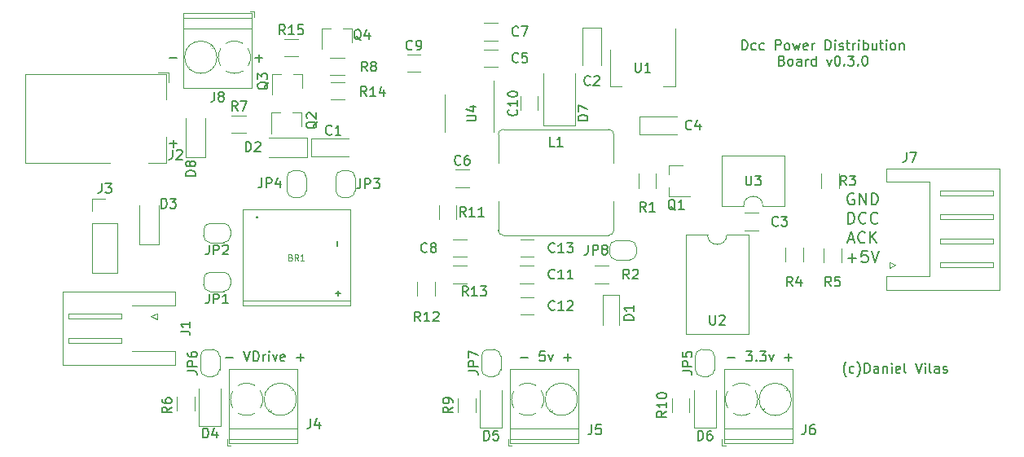
<source format=gbr>
G04 #@! TF.GenerationSoftware,KiCad,Pcbnew,5.1.10-88a1d61d58~90~ubuntu21.04.1*
G04 #@! TF.CreationDate,2021-08-23T11:27:44+02:00*
G04 #@! TF.ProjectId,DccDecoder,44636344-6563-46f6-9465-722e6b696361,rev?*
G04 #@! TF.SameCoordinates,Original*
G04 #@! TF.FileFunction,Legend,Top*
G04 #@! TF.FilePolarity,Positive*
%FSLAX46Y46*%
G04 Gerber Fmt 4.6, Leading zero omitted, Abs format (unit mm)*
G04 Created by KiCad (PCBNEW 5.1.10-88a1d61d58~90~ubuntu21.04.1) date 2021-08-23 11:27:44*
%MOMM*%
%LPD*%
G01*
G04 APERTURE LIST*
%ADD10C,0.150000*%
%ADD11C,0.200000*%
%ADD12C,0.120000*%
%ADD13C,0.127000*%
%ADD14C,0.015000*%
%ADD15R,1.220000X1.150000*%
%ADD16C,2.400000*%
%ADD17R,2.400000X2.400000*%
%ADD18C,4.700000*%
%ADD19C,0.100000*%
%ADD20O,1.950000X1.700000*%
%ADD21R,1.800000X2.500000*%
%ADD22R,1.000000X1.000000*%
%ADD23R,0.800000X0.900000*%
%ADD24R,4.100000X3.500000*%
%ADD25R,1.150000X1.220000*%
%ADD26R,3.500000X3.500000*%
%ADD27R,1.900000X1.200000*%
%ADD28R,1.500000X2.000000*%
%ADD29R,3.800000X2.000000*%
%ADD30O,1.700000X1.700000*%
%ADD31R,1.700000X1.700000*%
%ADD32R,2.000000X1.780000*%
%ADD33R,0.900000X0.800000*%
%ADD34O,2.000000X1.700000*%
G04 APERTURE END LIST*
D10*
X30099047Y-25471428D02*
X30860952Y-25471428D01*
X38989047Y-25471428D02*
X39750952Y-25471428D01*
X39370000Y-25852380D02*
X39370000Y-25090476D01*
D11*
X101193714Y-39580000D02*
X101079428Y-39522857D01*
X100908000Y-39522857D01*
X100736571Y-39580000D01*
X100622285Y-39694285D01*
X100565142Y-39808571D01*
X100508000Y-40037142D01*
X100508000Y-40208571D01*
X100565142Y-40437142D01*
X100622285Y-40551428D01*
X100736571Y-40665714D01*
X100908000Y-40722857D01*
X101022285Y-40722857D01*
X101193714Y-40665714D01*
X101250857Y-40608571D01*
X101250857Y-40208571D01*
X101022285Y-40208571D01*
X101765142Y-40722857D02*
X101765142Y-39522857D01*
X102450857Y-40722857D01*
X102450857Y-39522857D01*
X103022285Y-40722857D02*
X103022285Y-39522857D01*
X103308000Y-39522857D01*
X103479428Y-39580000D01*
X103593714Y-39694285D01*
X103650857Y-39808571D01*
X103708000Y-40037142D01*
X103708000Y-40208571D01*
X103650857Y-40437142D01*
X103593714Y-40551428D01*
X103479428Y-40665714D01*
X103308000Y-40722857D01*
X103022285Y-40722857D01*
X100593714Y-42722857D02*
X100593714Y-41522857D01*
X100879428Y-41522857D01*
X101050857Y-41580000D01*
X101165142Y-41694285D01*
X101222285Y-41808571D01*
X101279428Y-42037142D01*
X101279428Y-42208571D01*
X101222285Y-42437142D01*
X101165142Y-42551428D01*
X101050857Y-42665714D01*
X100879428Y-42722857D01*
X100593714Y-42722857D01*
X102479428Y-42608571D02*
X102422285Y-42665714D01*
X102250857Y-42722857D01*
X102136571Y-42722857D01*
X101965142Y-42665714D01*
X101850857Y-42551428D01*
X101793714Y-42437142D01*
X101736571Y-42208571D01*
X101736571Y-42037142D01*
X101793714Y-41808571D01*
X101850857Y-41694285D01*
X101965142Y-41580000D01*
X102136571Y-41522857D01*
X102250857Y-41522857D01*
X102422285Y-41580000D01*
X102479428Y-41637142D01*
X103679428Y-42608571D02*
X103622285Y-42665714D01*
X103450857Y-42722857D01*
X103336571Y-42722857D01*
X103165142Y-42665714D01*
X103050857Y-42551428D01*
X102993714Y-42437142D01*
X102936571Y-42208571D01*
X102936571Y-42037142D01*
X102993714Y-41808571D01*
X103050857Y-41694285D01*
X103165142Y-41580000D01*
X103336571Y-41522857D01*
X103450857Y-41522857D01*
X103622285Y-41580000D01*
X103679428Y-41637142D01*
X100622285Y-44380000D02*
X101193714Y-44380000D01*
X100508000Y-44722857D02*
X100908000Y-43522857D01*
X101308000Y-44722857D01*
X102393714Y-44608571D02*
X102336571Y-44665714D01*
X102165142Y-44722857D01*
X102050857Y-44722857D01*
X101879428Y-44665714D01*
X101765142Y-44551428D01*
X101708000Y-44437142D01*
X101650857Y-44208571D01*
X101650857Y-44037142D01*
X101708000Y-43808571D01*
X101765142Y-43694285D01*
X101879428Y-43580000D01*
X102050857Y-43522857D01*
X102165142Y-43522857D01*
X102336571Y-43580000D01*
X102393714Y-43637142D01*
X102908000Y-44722857D02*
X102908000Y-43522857D01*
X103593714Y-44722857D02*
X103079428Y-44037142D01*
X103593714Y-43522857D02*
X102908000Y-44208571D01*
X100565142Y-46265714D02*
X101479428Y-46265714D01*
X101022285Y-46722857D02*
X101022285Y-45808571D01*
X102622285Y-45522857D02*
X102050857Y-45522857D01*
X101993714Y-46094285D01*
X102050857Y-46037142D01*
X102165142Y-45980000D01*
X102450857Y-45980000D01*
X102565142Y-46037142D01*
X102622285Y-46094285D01*
X102679428Y-46208571D01*
X102679428Y-46494285D01*
X102622285Y-46608571D01*
X102565142Y-46665714D01*
X102450857Y-46722857D01*
X102165142Y-46722857D01*
X102050857Y-46665714D01*
X101993714Y-46608571D01*
X103022285Y-45522857D02*
X103422285Y-46722857D01*
X103822285Y-45522857D01*
D10*
X88106666Y-56586428D02*
X88868571Y-56586428D01*
X90011428Y-55967380D02*
X90630476Y-55967380D01*
X90297142Y-56348333D01*
X90440000Y-56348333D01*
X90535238Y-56395952D01*
X90582857Y-56443571D01*
X90630476Y-56538809D01*
X90630476Y-56776904D01*
X90582857Y-56872142D01*
X90535238Y-56919761D01*
X90440000Y-56967380D01*
X90154285Y-56967380D01*
X90059047Y-56919761D01*
X90011428Y-56872142D01*
X91059047Y-56872142D02*
X91106666Y-56919761D01*
X91059047Y-56967380D01*
X91011428Y-56919761D01*
X91059047Y-56872142D01*
X91059047Y-56967380D01*
X91440000Y-55967380D02*
X92059047Y-55967380D01*
X91725714Y-56348333D01*
X91868571Y-56348333D01*
X91963809Y-56395952D01*
X92011428Y-56443571D01*
X92059047Y-56538809D01*
X92059047Y-56776904D01*
X92011428Y-56872142D01*
X91963809Y-56919761D01*
X91868571Y-56967380D01*
X91582857Y-56967380D01*
X91487619Y-56919761D01*
X91440000Y-56872142D01*
X92392380Y-56300714D02*
X92630476Y-56967380D01*
X92868571Y-56300714D01*
X94011428Y-56586428D02*
X94773333Y-56586428D01*
X94392380Y-56967380D02*
X94392380Y-56205476D01*
X30099047Y-34361428D02*
X30860952Y-34361428D01*
X30480000Y-34742380D02*
X30480000Y-33980476D01*
X100428571Y-58583333D02*
X100380952Y-58535714D01*
X100285714Y-58392857D01*
X100238095Y-58297619D01*
X100190476Y-58154761D01*
X100142857Y-57916666D01*
X100142857Y-57726190D01*
X100190476Y-57488095D01*
X100238095Y-57345238D01*
X100285714Y-57250000D01*
X100380952Y-57107142D01*
X100428571Y-57059523D01*
X101238095Y-58154761D02*
X101142857Y-58202380D01*
X100952380Y-58202380D01*
X100857142Y-58154761D01*
X100809523Y-58107142D01*
X100761904Y-58011904D01*
X100761904Y-57726190D01*
X100809523Y-57630952D01*
X100857142Y-57583333D01*
X100952380Y-57535714D01*
X101142857Y-57535714D01*
X101238095Y-57583333D01*
X101571428Y-58583333D02*
X101619047Y-58535714D01*
X101714285Y-58392857D01*
X101761904Y-58297619D01*
X101809523Y-58154761D01*
X101857142Y-57916666D01*
X101857142Y-57726190D01*
X101809523Y-57488095D01*
X101761904Y-57345238D01*
X101714285Y-57250000D01*
X101619047Y-57107142D01*
X101571428Y-57059523D01*
X102333333Y-58202380D02*
X102333333Y-57202380D01*
X102571428Y-57202380D01*
X102714285Y-57250000D01*
X102809523Y-57345238D01*
X102857142Y-57440476D01*
X102904761Y-57630952D01*
X102904761Y-57773809D01*
X102857142Y-57964285D01*
X102809523Y-58059523D01*
X102714285Y-58154761D01*
X102571428Y-58202380D01*
X102333333Y-58202380D01*
X103761904Y-58202380D02*
X103761904Y-57678571D01*
X103714285Y-57583333D01*
X103619047Y-57535714D01*
X103428571Y-57535714D01*
X103333333Y-57583333D01*
X103761904Y-58154761D02*
X103666666Y-58202380D01*
X103428571Y-58202380D01*
X103333333Y-58154761D01*
X103285714Y-58059523D01*
X103285714Y-57964285D01*
X103333333Y-57869047D01*
X103428571Y-57821428D01*
X103666666Y-57821428D01*
X103761904Y-57773809D01*
X104238095Y-57535714D02*
X104238095Y-58202380D01*
X104238095Y-57630952D02*
X104285714Y-57583333D01*
X104380952Y-57535714D01*
X104523809Y-57535714D01*
X104619047Y-57583333D01*
X104666666Y-57678571D01*
X104666666Y-58202380D01*
X105142857Y-58202380D02*
X105142857Y-57535714D01*
X105142857Y-57202380D02*
X105095238Y-57250000D01*
X105142857Y-57297619D01*
X105190476Y-57250000D01*
X105142857Y-57202380D01*
X105142857Y-57297619D01*
X106000000Y-58154761D02*
X105904761Y-58202380D01*
X105714285Y-58202380D01*
X105619047Y-58154761D01*
X105571428Y-58059523D01*
X105571428Y-57678571D01*
X105619047Y-57583333D01*
X105714285Y-57535714D01*
X105904761Y-57535714D01*
X106000000Y-57583333D01*
X106047619Y-57678571D01*
X106047619Y-57773809D01*
X105571428Y-57869047D01*
X106619047Y-58202380D02*
X106523809Y-58154761D01*
X106476190Y-58059523D01*
X106476190Y-57202380D01*
X107619047Y-57202380D02*
X107952380Y-58202380D01*
X108285714Y-57202380D01*
X108619047Y-58202380D02*
X108619047Y-57535714D01*
X108619047Y-57202380D02*
X108571428Y-57250000D01*
X108619047Y-57297619D01*
X108666666Y-57250000D01*
X108619047Y-57202380D01*
X108619047Y-57297619D01*
X109238095Y-58202380D02*
X109142857Y-58154761D01*
X109095238Y-58059523D01*
X109095238Y-57202380D01*
X110047619Y-58202380D02*
X110047619Y-57678571D01*
X110000000Y-57583333D01*
X109904761Y-57535714D01*
X109714285Y-57535714D01*
X109619047Y-57583333D01*
X110047619Y-58154761D02*
X109952380Y-58202380D01*
X109714285Y-58202380D01*
X109619047Y-58154761D01*
X109571428Y-58059523D01*
X109571428Y-57964285D01*
X109619047Y-57869047D01*
X109714285Y-57821428D01*
X109952380Y-57821428D01*
X110047619Y-57773809D01*
X110476190Y-58154761D02*
X110571428Y-58202380D01*
X110761904Y-58202380D01*
X110857142Y-58154761D01*
X110904761Y-58059523D01*
X110904761Y-58011904D01*
X110857142Y-57916666D01*
X110761904Y-57869047D01*
X110619047Y-57869047D01*
X110523809Y-57821428D01*
X110476190Y-57726190D01*
X110476190Y-57678571D01*
X110523809Y-57583333D01*
X110619047Y-57535714D01*
X110761904Y-57535714D01*
X110857142Y-57583333D01*
X89595238Y-24627380D02*
X89595238Y-23627380D01*
X89833333Y-23627380D01*
X89976190Y-23675000D01*
X90071428Y-23770238D01*
X90119047Y-23865476D01*
X90166666Y-24055952D01*
X90166666Y-24198809D01*
X90119047Y-24389285D01*
X90071428Y-24484523D01*
X89976190Y-24579761D01*
X89833333Y-24627380D01*
X89595238Y-24627380D01*
X91023809Y-24579761D02*
X90928571Y-24627380D01*
X90738095Y-24627380D01*
X90642857Y-24579761D01*
X90595238Y-24532142D01*
X90547619Y-24436904D01*
X90547619Y-24151190D01*
X90595238Y-24055952D01*
X90642857Y-24008333D01*
X90738095Y-23960714D01*
X90928571Y-23960714D01*
X91023809Y-24008333D01*
X91880952Y-24579761D02*
X91785714Y-24627380D01*
X91595238Y-24627380D01*
X91500000Y-24579761D01*
X91452380Y-24532142D01*
X91404761Y-24436904D01*
X91404761Y-24151190D01*
X91452380Y-24055952D01*
X91500000Y-24008333D01*
X91595238Y-23960714D01*
X91785714Y-23960714D01*
X91880952Y-24008333D01*
X93071428Y-24627380D02*
X93071428Y-23627380D01*
X93452380Y-23627380D01*
X93547619Y-23675000D01*
X93595238Y-23722619D01*
X93642857Y-23817857D01*
X93642857Y-23960714D01*
X93595238Y-24055952D01*
X93547619Y-24103571D01*
X93452380Y-24151190D01*
X93071428Y-24151190D01*
X94214285Y-24627380D02*
X94119047Y-24579761D01*
X94071428Y-24532142D01*
X94023809Y-24436904D01*
X94023809Y-24151190D01*
X94071428Y-24055952D01*
X94119047Y-24008333D01*
X94214285Y-23960714D01*
X94357142Y-23960714D01*
X94452380Y-24008333D01*
X94500000Y-24055952D01*
X94547619Y-24151190D01*
X94547619Y-24436904D01*
X94500000Y-24532142D01*
X94452380Y-24579761D01*
X94357142Y-24627380D01*
X94214285Y-24627380D01*
X94880952Y-23960714D02*
X95071428Y-24627380D01*
X95261904Y-24151190D01*
X95452380Y-24627380D01*
X95642857Y-23960714D01*
X96404761Y-24579761D02*
X96309523Y-24627380D01*
X96119047Y-24627380D01*
X96023809Y-24579761D01*
X95976190Y-24484523D01*
X95976190Y-24103571D01*
X96023809Y-24008333D01*
X96119047Y-23960714D01*
X96309523Y-23960714D01*
X96404761Y-24008333D01*
X96452380Y-24103571D01*
X96452380Y-24198809D01*
X95976190Y-24294047D01*
X96880952Y-24627380D02*
X96880952Y-23960714D01*
X96880952Y-24151190D02*
X96928571Y-24055952D01*
X96976190Y-24008333D01*
X97071428Y-23960714D01*
X97166666Y-23960714D01*
X98261904Y-24627380D02*
X98261904Y-23627380D01*
X98500000Y-23627380D01*
X98642857Y-23675000D01*
X98738095Y-23770238D01*
X98785714Y-23865476D01*
X98833333Y-24055952D01*
X98833333Y-24198809D01*
X98785714Y-24389285D01*
X98738095Y-24484523D01*
X98642857Y-24579761D01*
X98500000Y-24627380D01*
X98261904Y-24627380D01*
X99261904Y-24627380D02*
X99261904Y-23960714D01*
X99261904Y-23627380D02*
X99214285Y-23675000D01*
X99261904Y-23722619D01*
X99309523Y-23675000D01*
X99261904Y-23627380D01*
X99261904Y-23722619D01*
X99690476Y-24579761D02*
X99785714Y-24627380D01*
X99976190Y-24627380D01*
X100071428Y-24579761D01*
X100119047Y-24484523D01*
X100119047Y-24436904D01*
X100071428Y-24341666D01*
X99976190Y-24294047D01*
X99833333Y-24294047D01*
X99738095Y-24246428D01*
X99690476Y-24151190D01*
X99690476Y-24103571D01*
X99738095Y-24008333D01*
X99833333Y-23960714D01*
X99976190Y-23960714D01*
X100071428Y-24008333D01*
X100404761Y-23960714D02*
X100785714Y-23960714D01*
X100547619Y-23627380D02*
X100547619Y-24484523D01*
X100595238Y-24579761D01*
X100690476Y-24627380D01*
X100785714Y-24627380D01*
X101119047Y-24627380D02*
X101119047Y-23960714D01*
X101119047Y-24151190D02*
X101166666Y-24055952D01*
X101214285Y-24008333D01*
X101309523Y-23960714D01*
X101404761Y-23960714D01*
X101738095Y-24627380D02*
X101738095Y-23960714D01*
X101738095Y-23627380D02*
X101690476Y-23675000D01*
X101738095Y-23722619D01*
X101785714Y-23675000D01*
X101738095Y-23627380D01*
X101738095Y-23722619D01*
X102214285Y-24627380D02*
X102214285Y-23627380D01*
X102214285Y-24008333D02*
X102309523Y-23960714D01*
X102500000Y-23960714D01*
X102595238Y-24008333D01*
X102642857Y-24055952D01*
X102690476Y-24151190D01*
X102690476Y-24436904D01*
X102642857Y-24532142D01*
X102595238Y-24579761D01*
X102500000Y-24627380D01*
X102309523Y-24627380D01*
X102214285Y-24579761D01*
X103547619Y-23960714D02*
X103547619Y-24627380D01*
X103119047Y-23960714D02*
X103119047Y-24484523D01*
X103166666Y-24579761D01*
X103261904Y-24627380D01*
X103404761Y-24627380D01*
X103500000Y-24579761D01*
X103547619Y-24532142D01*
X103880952Y-23960714D02*
X104261904Y-23960714D01*
X104023809Y-23627380D02*
X104023809Y-24484523D01*
X104071428Y-24579761D01*
X104166666Y-24627380D01*
X104261904Y-24627380D01*
X104595238Y-24627380D02*
X104595238Y-23960714D01*
X104595238Y-23627380D02*
X104547619Y-23675000D01*
X104595238Y-23722619D01*
X104642857Y-23675000D01*
X104595238Y-23627380D01*
X104595238Y-23722619D01*
X105214285Y-24627380D02*
X105119047Y-24579761D01*
X105071428Y-24532142D01*
X105023809Y-24436904D01*
X105023809Y-24151190D01*
X105071428Y-24055952D01*
X105119047Y-24008333D01*
X105214285Y-23960714D01*
X105357142Y-23960714D01*
X105452380Y-24008333D01*
X105500000Y-24055952D01*
X105547619Y-24151190D01*
X105547619Y-24436904D01*
X105500000Y-24532142D01*
X105452380Y-24579761D01*
X105357142Y-24627380D01*
X105214285Y-24627380D01*
X105976190Y-23960714D02*
X105976190Y-24627380D01*
X105976190Y-24055952D02*
X106023809Y-24008333D01*
X106119047Y-23960714D01*
X106261904Y-23960714D01*
X106357142Y-24008333D01*
X106404761Y-24103571D01*
X106404761Y-24627380D01*
X93738095Y-25753571D02*
X93880952Y-25801190D01*
X93928571Y-25848809D01*
X93976190Y-25944047D01*
X93976190Y-26086904D01*
X93928571Y-26182142D01*
X93880952Y-26229761D01*
X93785714Y-26277380D01*
X93404761Y-26277380D01*
X93404761Y-25277380D01*
X93738095Y-25277380D01*
X93833333Y-25325000D01*
X93880952Y-25372619D01*
X93928571Y-25467857D01*
X93928571Y-25563095D01*
X93880952Y-25658333D01*
X93833333Y-25705952D01*
X93738095Y-25753571D01*
X93404761Y-25753571D01*
X94547619Y-26277380D02*
X94452380Y-26229761D01*
X94404761Y-26182142D01*
X94357142Y-26086904D01*
X94357142Y-25801190D01*
X94404761Y-25705952D01*
X94452380Y-25658333D01*
X94547619Y-25610714D01*
X94690476Y-25610714D01*
X94785714Y-25658333D01*
X94833333Y-25705952D01*
X94880952Y-25801190D01*
X94880952Y-26086904D01*
X94833333Y-26182142D01*
X94785714Y-26229761D01*
X94690476Y-26277380D01*
X94547619Y-26277380D01*
X95738095Y-26277380D02*
X95738095Y-25753571D01*
X95690476Y-25658333D01*
X95595238Y-25610714D01*
X95404761Y-25610714D01*
X95309523Y-25658333D01*
X95738095Y-26229761D02*
X95642857Y-26277380D01*
X95404761Y-26277380D01*
X95309523Y-26229761D01*
X95261904Y-26134523D01*
X95261904Y-26039285D01*
X95309523Y-25944047D01*
X95404761Y-25896428D01*
X95642857Y-25896428D01*
X95738095Y-25848809D01*
X96214285Y-26277380D02*
X96214285Y-25610714D01*
X96214285Y-25801190D02*
X96261904Y-25705952D01*
X96309523Y-25658333D01*
X96404761Y-25610714D01*
X96500000Y-25610714D01*
X97261904Y-26277380D02*
X97261904Y-25277380D01*
X97261904Y-26229761D02*
X97166666Y-26277380D01*
X96976190Y-26277380D01*
X96880952Y-26229761D01*
X96833333Y-26182142D01*
X96785714Y-26086904D01*
X96785714Y-25801190D01*
X96833333Y-25705952D01*
X96880952Y-25658333D01*
X96976190Y-25610714D01*
X97166666Y-25610714D01*
X97261904Y-25658333D01*
X98404761Y-25610714D02*
X98642857Y-26277380D01*
X98880952Y-25610714D01*
X99452380Y-25277380D02*
X99547619Y-25277380D01*
X99642857Y-25325000D01*
X99690476Y-25372619D01*
X99738095Y-25467857D01*
X99785714Y-25658333D01*
X99785714Y-25896428D01*
X99738095Y-26086904D01*
X99690476Y-26182142D01*
X99642857Y-26229761D01*
X99547619Y-26277380D01*
X99452380Y-26277380D01*
X99357142Y-26229761D01*
X99309523Y-26182142D01*
X99261904Y-26086904D01*
X99214285Y-25896428D01*
X99214285Y-25658333D01*
X99261904Y-25467857D01*
X99309523Y-25372619D01*
X99357142Y-25325000D01*
X99452380Y-25277380D01*
X100214285Y-26182142D02*
X100261904Y-26229761D01*
X100214285Y-26277380D01*
X100166666Y-26229761D01*
X100214285Y-26182142D01*
X100214285Y-26277380D01*
X100595238Y-25277380D02*
X101214285Y-25277380D01*
X100880952Y-25658333D01*
X101023809Y-25658333D01*
X101119047Y-25705952D01*
X101166666Y-25753571D01*
X101214285Y-25848809D01*
X101214285Y-26086904D01*
X101166666Y-26182142D01*
X101119047Y-26229761D01*
X101023809Y-26277380D01*
X100738095Y-26277380D01*
X100642857Y-26229761D01*
X100595238Y-26182142D01*
X101642857Y-26182142D02*
X101690476Y-26229761D01*
X101642857Y-26277380D01*
X101595238Y-26229761D01*
X101642857Y-26182142D01*
X101642857Y-26277380D01*
X102309523Y-25277380D02*
X102404761Y-25277380D01*
X102500000Y-25325000D01*
X102547619Y-25372619D01*
X102595238Y-25467857D01*
X102642857Y-25658333D01*
X102642857Y-25896428D01*
X102595238Y-26086904D01*
X102547619Y-26182142D01*
X102500000Y-26229761D01*
X102404761Y-26277380D01*
X102309523Y-26277380D01*
X102214285Y-26229761D01*
X102166666Y-26182142D01*
X102119047Y-26086904D01*
X102071428Y-25896428D01*
X102071428Y-25658333D01*
X102119047Y-25467857D01*
X102166666Y-25372619D01*
X102214285Y-25325000D01*
X102309523Y-25277380D01*
X66595952Y-56586428D02*
X67357857Y-56586428D01*
X69072142Y-55967380D02*
X68595952Y-55967380D01*
X68548333Y-56443571D01*
X68595952Y-56395952D01*
X68691190Y-56348333D01*
X68929285Y-56348333D01*
X69024523Y-56395952D01*
X69072142Y-56443571D01*
X69119761Y-56538809D01*
X69119761Y-56776904D01*
X69072142Y-56872142D01*
X69024523Y-56919761D01*
X68929285Y-56967380D01*
X68691190Y-56967380D01*
X68595952Y-56919761D01*
X68548333Y-56872142D01*
X69453095Y-56300714D02*
X69691190Y-56967380D01*
X69929285Y-56300714D01*
X71072142Y-56586428D02*
X71834047Y-56586428D01*
X71453095Y-56967380D02*
X71453095Y-56205476D01*
X35957380Y-56586428D02*
X36719285Y-56586428D01*
X37814523Y-55967380D02*
X38147857Y-56967380D01*
X38481190Y-55967380D01*
X38814523Y-56967380D02*
X38814523Y-55967380D01*
X39052619Y-55967380D01*
X39195476Y-56015000D01*
X39290714Y-56110238D01*
X39338333Y-56205476D01*
X39385952Y-56395952D01*
X39385952Y-56538809D01*
X39338333Y-56729285D01*
X39290714Y-56824523D01*
X39195476Y-56919761D01*
X39052619Y-56967380D01*
X38814523Y-56967380D01*
X39814523Y-56967380D02*
X39814523Y-56300714D01*
X39814523Y-56491190D02*
X39862142Y-56395952D01*
X39909761Y-56348333D01*
X40005000Y-56300714D01*
X40100238Y-56300714D01*
X40433571Y-56967380D02*
X40433571Y-56300714D01*
X40433571Y-55967380D02*
X40385952Y-56015000D01*
X40433571Y-56062619D01*
X40481190Y-56015000D01*
X40433571Y-55967380D01*
X40433571Y-56062619D01*
X40814523Y-56300714D02*
X41052619Y-56967380D01*
X41290714Y-56300714D01*
X42052619Y-56919761D02*
X41957380Y-56967380D01*
X41766904Y-56967380D01*
X41671666Y-56919761D01*
X41624047Y-56824523D01*
X41624047Y-56443571D01*
X41671666Y-56348333D01*
X41766904Y-56300714D01*
X41957380Y-56300714D01*
X42052619Y-56348333D01*
X42100238Y-56443571D01*
X42100238Y-56538809D01*
X41624047Y-56634047D01*
X43290714Y-56586428D02*
X44052619Y-56586428D01*
X43671666Y-56967380D02*
X43671666Y-56205476D01*
D12*
X37999564Y-33295000D02*
X36545436Y-33295000D01*
X37999564Y-31475000D02*
X36545436Y-31475000D01*
X31800000Y-35775000D02*
X33800000Y-35775000D01*
X33800000Y-35775000D02*
X33800000Y-31725000D01*
X31800000Y-35775000D02*
X31800000Y-31725000D01*
X38880000Y-20600000D02*
X38480000Y-20600000D01*
X38880000Y-21240000D02*
X38880000Y-20600000D01*
X34475000Y-24459000D02*
X34604000Y-24331000D01*
X32260000Y-26675000D02*
X32354000Y-26581000D01*
X34305000Y-24219000D02*
X34399000Y-24126000D01*
X32055000Y-26469000D02*
X32184000Y-26341000D01*
X31520000Y-28560000D02*
X31520000Y-20840000D01*
X38640000Y-28560000D02*
X38640000Y-20840000D01*
X38640000Y-20840000D02*
X31520000Y-20840000D01*
X38640000Y-28560000D02*
X31520000Y-28560000D01*
X38640000Y-22400000D02*
X31520000Y-22400000D01*
X38640000Y-21300000D02*
X31520000Y-21300000D01*
X35010000Y-25400000D02*
G75*
G03*
X35010000Y-25400000I-1680000J0D01*
G01*
X36801326Y-23719901D02*
G75*
G02*
X37696000Y-23960000I28674J-1680099D01*
G01*
X38255358Y-24510106D02*
G75*
G02*
X38270000Y-26266000I-1425358J-889894D01*
G01*
X37719894Y-26825358D02*
G75*
G02*
X35964000Y-26840000I-889894J1425358D01*
G01*
X35404495Y-26290193D02*
G75*
G02*
X35405000Y-24509000I1425505J890193D01*
G01*
X35939736Y-23975279D02*
G75*
G02*
X36830000Y-23720000I890264J-1424721D01*
G01*
X33155000Y-59865000D02*
X33155000Y-63750000D01*
X33155000Y-63750000D02*
X35425000Y-63750000D01*
X35425000Y-63750000D02*
X35425000Y-59865000D01*
X36050000Y-65760000D02*
X36450000Y-65760000D01*
X36050000Y-65120000D02*
X36050000Y-65760000D01*
X40455000Y-61901000D02*
X40326000Y-62029000D01*
X42670000Y-59685000D02*
X42576000Y-59779000D01*
X40625000Y-62141000D02*
X40531000Y-62234000D01*
X42875000Y-59891000D02*
X42746000Y-60019000D01*
X43410000Y-57800000D02*
X43410000Y-65520000D01*
X36290000Y-57800000D02*
X36290000Y-65520000D01*
X36290000Y-65520000D02*
X43410000Y-65520000D01*
X36290000Y-57800000D02*
X43410000Y-57800000D01*
X36290000Y-63960000D02*
X43410000Y-63960000D01*
X36290000Y-65060000D02*
X43410000Y-65060000D01*
X43280000Y-60960000D02*
G75*
G03*
X43280000Y-60960000I-1680000J0D01*
G01*
X38128674Y-62640099D02*
G75*
G02*
X37234000Y-62400000I-28674J1680099D01*
G01*
X36674642Y-61849894D02*
G75*
G02*
X36660000Y-60094000I1425358J889894D01*
G01*
X37210106Y-59534642D02*
G75*
G02*
X38966000Y-59520000I889894J-1425358D01*
G01*
X39525505Y-60069807D02*
G75*
G02*
X39525000Y-61851000I-1425505J-890193D01*
G01*
X38990264Y-62384721D02*
G75*
G02*
X38100000Y-62640000I-890264J1424721D01*
G01*
X87485000Y-65760000D02*
X87885000Y-65760000D01*
X87485000Y-65120000D02*
X87485000Y-65760000D01*
X91890000Y-61901000D02*
X91761000Y-62029000D01*
X94105000Y-59685000D02*
X94011000Y-59779000D01*
X92060000Y-62141000D02*
X91966000Y-62234000D01*
X94310000Y-59891000D02*
X94181000Y-60019000D01*
X94845000Y-57800000D02*
X94845000Y-65520000D01*
X87725000Y-57800000D02*
X87725000Y-65520000D01*
X87725000Y-65520000D02*
X94845000Y-65520000D01*
X87725000Y-57800000D02*
X94845000Y-57800000D01*
X87725000Y-63960000D02*
X94845000Y-63960000D01*
X87725000Y-65060000D02*
X94845000Y-65060000D01*
X94715000Y-60960000D02*
G75*
G03*
X94715000Y-60960000I-1680000J0D01*
G01*
X89563674Y-62640099D02*
G75*
G02*
X88669000Y-62400000I-28674J1680099D01*
G01*
X88109642Y-61849894D02*
G75*
G02*
X88095000Y-60094000I1425358J889894D01*
G01*
X88645106Y-59534642D02*
G75*
G02*
X90401000Y-59520000I889894J-1425358D01*
G01*
X90960505Y-60069807D02*
G75*
G02*
X90960000Y-61851000I-1425505J-890193D01*
G01*
X90425264Y-62384721D02*
G75*
G02*
X89535000Y-62640000I-890264J1424721D01*
G01*
X65260000Y-65760000D02*
X65660000Y-65760000D01*
X65260000Y-65120000D02*
X65260000Y-65760000D01*
X69665000Y-61901000D02*
X69536000Y-62029000D01*
X71880000Y-59685000D02*
X71786000Y-59779000D01*
X69835000Y-62141000D02*
X69741000Y-62234000D01*
X72085000Y-59891000D02*
X71956000Y-60019000D01*
X72620000Y-57800000D02*
X72620000Y-65520000D01*
X65500000Y-57800000D02*
X65500000Y-65520000D01*
X65500000Y-65520000D02*
X72620000Y-65520000D01*
X65500000Y-57800000D02*
X72620000Y-57800000D01*
X65500000Y-63960000D02*
X72620000Y-63960000D01*
X65500000Y-65060000D02*
X72620000Y-65060000D01*
X72490000Y-60960000D02*
G75*
G03*
X72490000Y-60960000I-1680000J0D01*
G01*
X67338674Y-62640099D02*
G75*
G02*
X66444000Y-62400000I-28674J1680099D01*
G01*
X65884642Y-61849894D02*
G75*
G02*
X65870000Y-60094000I1425358J889894D01*
G01*
X66420106Y-59534642D02*
G75*
G02*
X68176000Y-59520000I889894J-1425358D01*
G01*
X68735505Y-60069807D02*
G75*
G02*
X68735000Y-61851000I-1425505J-890193D01*
G01*
X68200264Y-62384721D02*
G75*
G02*
X67310000Y-62640000I-890264J1424721D01*
G01*
X26940000Y-44818000D02*
X28940000Y-44818000D01*
X28940000Y-44818000D02*
X28940000Y-40768000D01*
X26940000Y-44818000D02*
X26940000Y-40768000D01*
X75816000Y-45766000D02*
X75816000Y-45166000D01*
X77916000Y-46466000D02*
X76516000Y-46466000D01*
X78616000Y-45166000D02*
X78616000Y-45766000D01*
X76516000Y-44466000D02*
X77916000Y-44466000D01*
X75816000Y-45166000D02*
G75*
G02*
X76516000Y-44466000I700000J0D01*
G01*
X76516000Y-46466000D02*
G75*
G02*
X75816000Y-45766000I0J700000D01*
G01*
X78616000Y-45766000D02*
G75*
G02*
X77916000Y-46466000I-700000J0D01*
G01*
X77916000Y-44466000D02*
G75*
G02*
X78616000Y-45166000I0J-700000D01*
G01*
X116310000Y-43250000D02*
X116310000Y-49560000D01*
X116310000Y-49560000D02*
X104590000Y-49560000D01*
X104590000Y-49560000D02*
X104590000Y-48140000D01*
X104590000Y-48140000D02*
X109090000Y-48140000D01*
X109090000Y-48140000D02*
X109090000Y-43250000D01*
X116310000Y-43250000D02*
X116310000Y-36940000D01*
X116310000Y-36940000D02*
X104590000Y-36940000D01*
X104590000Y-36940000D02*
X104590000Y-38360000D01*
X104590000Y-38360000D02*
X109090000Y-38360000D01*
X109090000Y-38360000D02*
X109090000Y-43250000D01*
X110200000Y-47250000D02*
X115700000Y-47250000D01*
X115700000Y-47250000D02*
X115700000Y-46750000D01*
X115700000Y-46750000D02*
X110200000Y-46750000D01*
X110200000Y-46750000D02*
X110200000Y-47250000D01*
X110200000Y-44750000D02*
X115700000Y-44750000D01*
X115700000Y-44750000D02*
X115700000Y-44250000D01*
X115700000Y-44250000D02*
X110200000Y-44250000D01*
X110200000Y-44250000D02*
X110200000Y-44750000D01*
X110200000Y-42250000D02*
X115700000Y-42250000D01*
X115700000Y-42250000D02*
X115700000Y-41750000D01*
X115700000Y-41750000D02*
X110200000Y-41750000D01*
X110200000Y-41750000D02*
X110200000Y-42250000D01*
X110200000Y-39750000D02*
X115700000Y-39750000D01*
X115700000Y-39750000D02*
X115700000Y-39250000D01*
X115700000Y-39250000D02*
X110200000Y-39250000D01*
X110200000Y-39250000D02*
X110200000Y-39750000D01*
X105500000Y-47000000D02*
X104900000Y-47300000D01*
X104900000Y-47300000D02*
X104900000Y-46700000D01*
X104900000Y-46700000D02*
X105500000Y-47000000D01*
X68962000Y-32451500D02*
X72262000Y-32451500D01*
X72262000Y-32451500D02*
X72262000Y-27051500D01*
X68962000Y-32451500D02*
X68962000Y-27051500D01*
X76850000Y-50100000D02*
X75150000Y-50100000D01*
X75150000Y-50100000D02*
X75150000Y-53250000D01*
X76850000Y-50100000D02*
X76850000Y-53250000D01*
X42010436Y-23490000D02*
X43464564Y-23490000D01*
X42010436Y-25310000D02*
X43464564Y-25310000D01*
X48264564Y-29810000D02*
X46810436Y-29810000D01*
X48264564Y-27990000D02*
X46810436Y-27990000D01*
X43880000Y-27140000D02*
X42950000Y-27140000D01*
X40720000Y-27140000D02*
X41650000Y-27140000D01*
X40720000Y-27140000D02*
X40720000Y-29300000D01*
X43880000Y-27140000D02*
X43880000Y-28600000D01*
X64250000Y-36400000D02*
X64250000Y-33400000D01*
X76250000Y-33400000D02*
X76250000Y-36400000D01*
X64250000Y-43400000D02*
X64250000Y-40400000D01*
X75750000Y-43900000D02*
X64750000Y-43900000D01*
X76250000Y-40350000D02*
X76250000Y-43400000D01*
X64750000Y-32900000D02*
X75750000Y-32900000D01*
X76250000Y-43400000D02*
G75*
G02*
X75750000Y-43900000I-500000J0D01*
G01*
X64750000Y-43900000D02*
G75*
G02*
X64250000Y-43400000I0J500000D01*
G01*
X75750000Y-32900000D02*
G75*
G02*
X76250000Y-33400000I0J-500000D01*
G01*
X64250000Y-33400000D02*
G75*
G02*
X64750000Y-32900000I500000J0D01*
G01*
X59910000Y-40810436D02*
X59910000Y-42264564D01*
X58090000Y-40810436D02*
X58090000Y-42264564D01*
X59560436Y-48910000D02*
X61014564Y-48910000D01*
X59560436Y-47090000D02*
X61014564Y-47090000D01*
X57660000Y-50189564D02*
X57660000Y-48735436D01*
X55840000Y-50189564D02*
X55840000Y-48735436D01*
X67936252Y-47090000D02*
X66513748Y-47090000D01*
X67936252Y-48910000D02*
X66513748Y-48910000D01*
X58690000Y-31250000D02*
X58690000Y-33200000D01*
X58690000Y-31250000D02*
X58690000Y-29300000D01*
X63810000Y-31250000D02*
X63810000Y-33200000D01*
X63810000Y-31250000D02*
X63810000Y-27800000D01*
X44420000Y-35770000D02*
X44420000Y-33770000D01*
X44420000Y-33770000D02*
X40370000Y-33770000D01*
X44420000Y-35770000D02*
X40370000Y-35770000D01*
X67961252Y-46160000D02*
X66538748Y-46160000D01*
X67961252Y-44340000D02*
X66538748Y-44340000D01*
X56186252Y-26910000D02*
X54763748Y-26910000D01*
X56186252Y-25090000D02*
X54763748Y-25090000D01*
X59563748Y-44340000D02*
X60986252Y-44340000D01*
X59563748Y-46160000D02*
X60986252Y-46160000D01*
X62788748Y-21840000D02*
X64211252Y-21840000D01*
X62788748Y-23660000D02*
X64211252Y-23660000D01*
X59788748Y-37090000D02*
X61211252Y-37090000D01*
X59788748Y-38910000D02*
X61211252Y-38910000D01*
X99910000Y-46727064D02*
X99910000Y-45272936D01*
X98090000Y-46727064D02*
X98090000Y-45272936D01*
X95910000Y-46639564D02*
X95910000Y-45185436D01*
X94090000Y-46639564D02*
X94090000Y-45185436D01*
X97840000Y-37522936D02*
X97840000Y-38977064D01*
X99660000Y-37522936D02*
X99660000Y-38977064D01*
X75727064Y-47090000D02*
X74272936Y-47090000D01*
X75727064Y-48910000D02*
X74272936Y-48910000D01*
X44790000Y-35705000D02*
X48700000Y-35705000D01*
X44790000Y-33835000D02*
X44790000Y-35705000D01*
X48700000Y-33835000D02*
X44790000Y-33835000D01*
X91261252Y-41590000D02*
X89838748Y-41590000D01*
X91261252Y-43410000D02*
X89838748Y-43410000D01*
X82275000Y-62322064D02*
X82275000Y-60867936D01*
X84095000Y-62322064D02*
X84095000Y-60867936D01*
X67961252Y-50340000D02*
X66538748Y-50340000D01*
X67961252Y-52160000D02*
X66538748Y-52160000D01*
X66540000Y-29463748D02*
X66540000Y-30886252D01*
X68360000Y-29463748D02*
X68360000Y-30886252D01*
X62788748Y-26410000D02*
X64211252Y-26410000D01*
X62788748Y-24590000D02*
X64211252Y-24590000D01*
X29960000Y-28000000D02*
X29960000Y-26950000D01*
X28910000Y-26950000D02*
X29960000Y-26950000D01*
X23860000Y-36350000D02*
X15060000Y-36350000D01*
X15060000Y-36350000D02*
X15060000Y-27150000D01*
X29760000Y-33650000D02*
X29760000Y-36350000D01*
X29760000Y-36350000D02*
X27860000Y-36350000D01*
X15060000Y-27150000D02*
X29760000Y-27150000D01*
X29760000Y-27150000D02*
X29760000Y-29750000D01*
X60050000Y-62322064D02*
X60050000Y-60867936D01*
X61870000Y-62322064D02*
X61870000Y-60867936D01*
X30840000Y-62129564D02*
X30840000Y-60675436D01*
X32660000Y-62129564D02*
X32660000Y-60675436D01*
X63800000Y-58565000D02*
X63200000Y-58565000D01*
X64500000Y-56465000D02*
X64500000Y-57865000D01*
X63200000Y-55765000D02*
X63800000Y-55765000D01*
X62500000Y-57865000D02*
X62500000Y-56465000D01*
X63200000Y-58565000D02*
G75*
G02*
X62500000Y-57865000I0J700000D01*
G01*
X64500000Y-57865000D02*
G75*
G02*
X63800000Y-58565000I-700000J0D01*
G01*
X63800000Y-55765000D02*
G75*
G02*
X64500000Y-56465000I0J-700000D01*
G01*
X62500000Y-56465000D02*
G75*
G02*
X63200000Y-55765000I700000J0D01*
G01*
X34590000Y-58565000D02*
X33990000Y-58565000D01*
X35290000Y-56465000D02*
X35290000Y-57865000D01*
X33990000Y-55765000D02*
X34590000Y-55765000D01*
X33290000Y-57865000D02*
X33290000Y-56465000D01*
X33990000Y-58565000D02*
G75*
G02*
X33290000Y-57865000I0J700000D01*
G01*
X35290000Y-57865000D02*
G75*
G02*
X34590000Y-58565000I-700000J0D01*
G01*
X34590000Y-55765000D02*
G75*
G02*
X35290000Y-56465000I0J-700000D01*
G01*
X33290000Y-56465000D02*
G75*
G02*
X33990000Y-55765000I700000J0D01*
G01*
X86025000Y-58565000D02*
X85425000Y-58565000D01*
X86725000Y-56465000D02*
X86725000Y-57865000D01*
X85425000Y-55765000D02*
X86025000Y-55765000D01*
X84725000Y-57865000D02*
X84725000Y-56465000D01*
X85425000Y-58565000D02*
G75*
G02*
X84725000Y-57865000I0J700000D01*
G01*
X86725000Y-57865000D02*
G75*
G02*
X86025000Y-58565000I-700000J0D01*
G01*
X86025000Y-55765000D02*
G75*
G02*
X86725000Y-56465000I0J-700000D01*
G01*
X84725000Y-56465000D02*
G75*
G02*
X85425000Y-55765000I700000J0D01*
G01*
X84590000Y-59995000D02*
X84590000Y-63880000D01*
X84590000Y-63880000D02*
X86860000Y-63880000D01*
X86860000Y-63880000D02*
X86860000Y-59995000D01*
X62365000Y-59995000D02*
X62365000Y-63880000D01*
X62365000Y-63880000D02*
X64635000Y-63880000D01*
X64635000Y-63880000D02*
X64635000Y-59995000D01*
D13*
X47557200Y-44523600D02*
X47557200Y-45023600D01*
X47572000Y-49720000D02*
X47572000Y-50220000D01*
X47822000Y-49970000D02*
X47322000Y-49970000D01*
D12*
X48890000Y-50700000D02*
X37690000Y-50700000D01*
X37690000Y-41200000D02*
X48890000Y-41200000D01*
X37690000Y-51200000D02*
X37690000Y-41200000D01*
X48890000Y-51200000D02*
X37690000Y-51200000D01*
X48890000Y-41200000D02*
X48890000Y-51200000D01*
X75840000Y-28410000D02*
X77100000Y-28410000D01*
X82660000Y-28410000D02*
X81400000Y-28410000D01*
X75840000Y-24650000D02*
X75840000Y-28410000D01*
X82660000Y-22400000D02*
X82660000Y-28410000D01*
X48249564Y-27260000D02*
X46795436Y-27260000D01*
X48249564Y-25440000D02*
X46795436Y-25440000D01*
X49080000Y-22390000D02*
X48150000Y-22390000D01*
X45920000Y-22390000D02*
X46850000Y-22390000D01*
X45920000Y-22390000D02*
X45920000Y-24550000D01*
X49080000Y-22390000D02*
X49080000Y-23850000D01*
X43830000Y-31140000D02*
X42900000Y-31140000D01*
X40670000Y-31140000D02*
X41600000Y-31140000D01*
X40670000Y-31140000D02*
X40670000Y-33300000D01*
X43830000Y-31140000D02*
X43830000Y-32600000D01*
X22038000Y-47812000D02*
X24698000Y-47812000D01*
X22038000Y-42672000D02*
X22038000Y-47812000D01*
X24698000Y-42672000D02*
X24698000Y-47812000D01*
X22038000Y-42672000D02*
X24698000Y-42672000D01*
X22038000Y-41402000D02*
X22038000Y-40072000D01*
X22038000Y-40072000D02*
X23368000Y-40072000D01*
X82850000Y-31565000D02*
X78940000Y-31565000D01*
X78940000Y-31565000D02*
X78940000Y-33435000D01*
X78940000Y-33435000D02*
X82850000Y-33435000D01*
X74912500Y-26238000D02*
X74912500Y-22328000D01*
X74912500Y-22328000D02*
X73042500Y-22328000D01*
X73042500Y-22328000D02*
X73042500Y-26238000D01*
X87515000Y-40850000D02*
X89750000Y-40850000D01*
X87515000Y-35650000D02*
X87515000Y-40850000D01*
X93985000Y-35650000D02*
X87515000Y-35650000D01*
X93985000Y-40850000D02*
X93985000Y-35650000D01*
X91750000Y-40850000D02*
X93985000Y-40850000D01*
X89750000Y-40850000D02*
G75*
G02*
X91750000Y-40850000I1000000J0D01*
G01*
X90235000Y-43860000D02*
X88000000Y-43860000D01*
X90235000Y-54140000D02*
X90235000Y-43860000D01*
X83765000Y-54140000D02*
X90235000Y-54140000D01*
X83765000Y-43860000D02*
X83765000Y-54140000D01*
X86000000Y-43860000D02*
X83765000Y-43860000D01*
X88000000Y-43860000D02*
G75*
G02*
X86000000Y-43860000I-1000000J0D01*
G01*
X78840000Y-37522936D02*
X78840000Y-38977064D01*
X80660000Y-37522936D02*
X80660000Y-38977064D01*
X81990000Y-36670000D02*
X83450000Y-36670000D01*
X81990000Y-39830000D02*
X84150000Y-39830000D01*
X81990000Y-39830000D02*
X81990000Y-38900000D01*
X81990000Y-36670000D02*
X81990000Y-37600000D01*
X42290000Y-39280000D02*
X42290000Y-37880000D01*
X42990000Y-37180000D02*
X43590000Y-37180000D01*
X44290000Y-37880000D02*
X44290000Y-39280000D01*
X43590000Y-39980000D02*
X42990000Y-39980000D01*
X42990000Y-39980000D02*
G75*
G02*
X42290000Y-39280000I0J700000D01*
G01*
X44290000Y-39280000D02*
G75*
G02*
X43590000Y-39980000I-700000J0D01*
G01*
X43590000Y-37180000D02*
G75*
G02*
X44290000Y-37880000I0J-700000D01*
G01*
X42290000Y-37880000D02*
G75*
G02*
X42990000Y-37180000I700000J0D01*
G01*
X47370000Y-39280000D02*
X47370000Y-37880000D01*
X48070000Y-37180000D02*
X48670000Y-37180000D01*
X49370000Y-37880000D02*
X49370000Y-39280000D01*
X48670000Y-39980000D02*
X48070000Y-39980000D01*
X48070000Y-39980000D02*
G75*
G02*
X47370000Y-39280000I0J700000D01*
G01*
X49370000Y-39280000D02*
G75*
G02*
X48670000Y-39980000I-700000J0D01*
G01*
X48670000Y-37180000D02*
G75*
G02*
X49370000Y-37880000I0J-700000D01*
G01*
X47370000Y-37880000D02*
G75*
G02*
X48070000Y-37180000I700000J0D01*
G01*
X35720000Y-44660000D02*
X34320000Y-44660000D01*
X33620000Y-43960000D02*
X33620000Y-43360000D01*
X34320000Y-42660000D02*
X35720000Y-42660000D01*
X36420000Y-43360000D02*
X36420000Y-43960000D01*
X36420000Y-43960000D02*
G75*
G02*
X35720000Y-44660000I-700000J0D01*
G01*
X35720000Y-42660000D02*
G75*
G02*
X36420000Y-43360000I0J-700000D01*
G01*
X33620000Y-43360000D02*
G75*
G02*
X34320000Y-42660000I700000J0D01*
G01*
X34320000Y-44660000D02*
G75*
G02*
X33620000Y-43960000I0J700000D01*
G01*
X35720000Y-49740000D02*
X34320000Y-49740000D01*
X33620000Y-49040000D02*
X33620000Y-48440000D01*
X34320000Y-47740000D02*
X35720000Y-47740000D01*
X36420000Y-48440000D02*
X36420000Y-49040000D01*
X36420000Y-49040000D02*
G75*
G02*
X35720000Y-49740000I-700000J0D01*
G01*
X35720000Y-47740000D02*
G75*
G02*
X36420000Y-48440000I0J-700000D01*
G01*
X33620000Y-48440000D02*
G75*
G02*
X34320000Y-47740000I700000J0D01*
G01*
X34320000Y-49740000D02*
G75*
G02*
X33620000Y-49040000I0J700000D01*
G01*
X28770000Y-52624000D02*
X28170000Y-52324000D01*
X28770000Y-52024000D02*
X28770000Y-52624000D01*
X28170000Y-52324000D02*
X28770000Y-52024000D01*
X25070000Y-55074000D02*
X25070000Y-54574000D01*
X19570000Y-55074000D02*
X25070000Y-55074000D01*
X19570000Y-54574000D02*
X19570000Y-55074000D01*
X25070000Y-54574000D02*
X19570000Y-54574000D01*
X25070000Y-52574000D02*
X25070000Y-52074000D01*
X19570000Y-52574000D02*
X25070000Y-52574000D01*
X19570000Y-52074000D02*
X19570000Y-52574000D01*
X25070000Y-52074000D02*
X19570000Y-52074000D01*
X30680000Y-55964000D02*
X26180000Y-55964000D01*
X30680000Y-57384000D02*
X30680000Y-55964000D01*
X18960000Y-57384000D02*
X30680000Y-57384000D01*
X18960000Y-53574000D02*
X18960000Y-57384000D01*
X30680000Y-51184000D02*
X26180000Y-51184000D01*
X30680000Y-49764000D02*
X30680000Y-51184000D01*
X18960000Y-49764000D02*
X30680000Y-49764000D01*
X18960000Y-53574000D02*
X18960000Y-49764000D01*
D10*
X37148333Y-30977380D02*
X36815000Y-30501190D01*
X36576904Y-30977380D02*
X36576904Y-29977380D01*
X36957857Y-29977380D01*
X37053095Y-30025000D01*
X37100714Y-30072619D01*
X37148333Y-30167857D01*
X37148333Y-30310714D01*
X37100714Y-30405952D01*
X37053095Y-30453571D01*
X36957857Y-30501190D01*
X36576904Y-30501190D01*
X37481666Y-29977380D02*
X38148333Y-29977380D01*
X37719761Y-30977380D01*
X32778380Y-37717095D02*
X31778380Y-37717095D01*
X31778380Y-37479000D01*
X31826000Y-37336142D01*
X31921238Y-37240904D01*
X32016476Y-37193285D01*
X32206952Y-37145666D01*
X32349809Y-37145666D01*
X32540285Y-37193285D01*
X32635523Y-37240904D01*
X32730761Y-37336142D01*
X32778380Y-37479000D01*
X32778380Y-37717095D01*
X32206952Y-36574238D02*
X32159333Y-36669476D01*
X32111714Y-36717095D01*
X32016476Y-36764714D01*
X31968857Y-36764714D01*
X31873619Y-36717095D01*
X31826000Y-36669476D01*
X31778380Y-36574238D01*
X31778380Y-36383761D01*
X31826000Y-36288523D01*
X31873619Y-36240904D01*
X31968857Y-36193285D01*
X32016476Y-36193285D01*
X32111714Y-36240904D01*
X32159333Y-36288523D01*
X32206952Y-36383761D01*
X32206952Y-36574238D01*
X32254571Y-36669476D01*
X32302190Y-36717095D01*
X32397428Y-36764714D01*
X32587904Y-36764714D01*
X32683142Y-36717095D01*
X32730761Y-36669476D01*
X32778380Y-36574238D01*
X32778380Y-36383761D01*
X32730761Y-36288523D01*
X32683142Y-36240904D01*
X32587904Y-36193285D01*
X32397428Y-36193285D01*
X32302190Y-36240904D01*
X32254571Y-36288523D01*
X32206952Y-36383761D01*
X34746666Y-29012380D02*
X34746666Y-29726666D01*
X34699047Y-29869523D01*
X34603809Y-29964761D01*
X34460952Y-30012380D01*
X34365714Y-30012380D01*
X35365714Y-29440952D02*
X35270476Y-29393333D01*
X35222857Y-29345714D01*
X35175238Y-29250476D01*
X35175238Y-29202857D01*
X35222857Y-29107619D01*
X35270476Y-29060000D01*
X35365714Y-29012380D01*
X35556190Y-29012380D01*
X35651428Y-29060000D01*
X35699047Y-29107619D01*
X35746666Y-29202857D01*
X35746666Y-29250476D01*
X35699047Y-29345714D01*
X35651428Y-29393333D01*
X35556190Y-29440952D01*
X35365714Y-29440952D01*
X35270476Y-29488571D01*
X35222857Y-29536190D01*
X35175238Y-29631428D01*
X35175238Y-29821904D01*
X35222857Y-29917142D01*
X35270476Y-29964761D01*
X35365714Y-30012380D01*
X35556190Y-30012380D01*
X35651428Y-29964761D01*
X35699047Y-29917142D01*
X35746666Y-29821904D01*
X35746666Y-29631428D01*
X35699047Y-29536190D01*
X35651428Y-29488571D01*
X35556190Y-29440952D01*
X33551904Y-64962380D02*
X33551904Y-63962380D01*
X33790000Y-63962380D01*
X33932857Y-64010000D01*
X34028095Y-64105238D01*
X34075714Y-64200476D01*
X34123333Y-64390952D01*
X34123333Y-64533809D01*
X34075714Y-64724285D01*
X34028095Y-64819523D01*
X33932857Y-64914761D01*
X33790000Y-64962380D01*
X33551904Y-64962380D01*
X34980476Y-64295714D02*
X34980476Y-64962380D01*
X34742380Y-63914761D02*
X34504285Y-64629047D01*
X35123333Y-64629047D01*
X44751666Y-62952380D02*
X44751666Y-63666666D01*
X44704047Y-63809523D01*
X44608809Y-63904761D01*
X44465952Y-63952380D01*
X44370714Y-63952380D01*
X45656428Y-63285714D02*
X45656428Y-63952380D01*
X45418333Y-62904761D02*
X45180238Y-63619047D01*
X45799285Y-63619047D01*
X96186666Y-63587380D02*
X96186666Y-64301666D01*
X96139047Y-64444523D01*
X96043809Y-64539761D01*
X95900952Y-64587380D01*
X95805714Y-64587380D01*
X97091428Y-63587380D02*
X96900952Y-63587380D01*
X96805714Y-63635000D01*
X96758095Y-63682619D01*
X96662857Y-63825476D01*
X96615238Y-64015952D01*
X96615238Y-64396904D01*
X96662857Y-64492142D01*
X96710476Y-64539761D01*
X96805714Y-64587380D01*
X96996190Y-64587380D01*
X97091428Y-64539761D01*
X97139047Y-64492142D01*
X97186666Y-64396904D01*
X97186666Y-64158809D01*
X97139047Y-64063571D01*
X97091428Y-64015952D01*
X96996190Y-63968333D01*
X96805714Y-63968333D01*
X96710476Y-64015952D01*
X96662857Y-64063571D01*
X96615238Y-64158809D01*
X73961666Y-63587380D02*
X73961666Y-64301666D01*
X73914047Y-64444523D01*
X73818809Y-64539761D01*
X73675952Y-64587380D01*
X73580714Y-64587380D01*
X74914047Y-63587380D02*
X74437857Y-63587380D01*
X74390238Y-64063571D01*
X74437857Y-64015952D01*
X74533095Y-63968333D01*
X74771190Y-63968333D01*
X74866428Y-64015952D01*
X74914047Y-64063571D01*
X74961666Y-64158809D01*
X74961666Y-64396904D01*
X74914047Y-64492142D01*
X74866428Y-64539761D01*
X74771190Y-64587380D01*
X74533095Y-64587380D01*
X74437857Y-64539761D01*
X74390238Y-64492142D01*
X29233904Y-41092380D02*
X29233904Y-40092380D01*
X29472000Y-40092380D01*
X29614857Y-40140000D01*
X29710095Y-40235238D01*
X29757714Y-40330476D01*
X29805333Y-40520952D01*
X29805333Y-40663809D01*
X29757714Y-40854285D01*
X29710095Y-40949523D01*
X29614857Y-41044761D01*
X29472000Y-41092380D01*
X29233904Y-41092380D01*
X30138666Y-40092380D02*
X30757714Y-40092380D01*
X30424380Y-40473333D01*
X30567238Y-40473333D01*
X30662476Y-40520952D01*
X30710095Y-40568571D01*
X30757714Y-40663809D01*
X30757714Y-40901904D01*
X30710095Y-40997142D01*
X30662476Y-41044761D01*
X30567238Y-41092380D01*
X30281523Y-41092380D01*
X30186285Y-41044761D01*
X30138666Y-40997142D01*
X73588666Y-44918380D02*
X73588666Y-45632666D01*
X73541047Y-45775523D01*
X73445809Y-45870761D01*
X73302952Y-45918380D01*
X73207714Y-45918380D01*
X74064857Y-45918380D02*
X74064857Y-44918380D01*
X74445809Y-44918380D01*
X74541047Y-44966000D01*
X74588666Y-45013619D01*
X74636285Y-45108857D01*
X74636285Y-45251714D01*
X74588666Y-45346952D01*
X74541047Y-45394571D01*
X74445809Y-45442190D01*
X74064857Y-45442190D01*
X75207714Y-45346952D02*
X75112476Y-45299333D01*
X75064857Y-45251714D01*
X75017238Y-45156476D01*
X75017238Y-45108857D01*
X75064857Y-45013619D01*
X75112476Y-44966000D01*
X75207714Y-44918380D01*
X75398190Y-44918380D01*
X75493428Y-44966000D01*
X75541047Y-45013619D01*
X75588666Y-45108857D01*
X75588666Y-45156476D01*
X75541047Y-45251714D01*
X75493428Y-45299333D01*
X75398190Y-45346952D01*
X75207714Y-45346952D01*
X75112476Y-45394571D01*
X75064857Y-45442190D01*
X75017238Y-45537428D01*
X75017238Y-45727904D01*
X75064857Y-45823142D01*
X75112476Y-45870761D01*
X75207714Y-45918380D01*
X75398190Y-45918380D01*
X75493428Y-45870761D01*
X75541047Y-45823142D01*
X75588666Y-45727904D01*
X75588666Y-45537428D01*
X75541047Y-45442190D01*
X75493428Y-45394571D01*
X75398190Y-45346952D01*
X106664166Y-35266380D02*
X106664166Y-35980666D01*
X106616547Y-36123523D01*
X106521309Y-36218761D01*
X106378452Y-36266380D01*
X106283214Y-36266380D01*
X107045119Y-35266380D02*
X107711785Y-35266380D01*
X107283214Y-36266380D01*
X73540880Y-31980095D02*
X72540880Y-31980095D01*
X72540880Y-31742000D01*
X72588500Y-31599142D01*
X72683738Y-31503904D01*
X72778976Y-31456285D01*
X72969452Y-31408666D01*
X73112309Y-31408666D01*
X73302785Y-31456285D01*
X73398023Y-31503904D01*
X73493261Y-31599142D01*
X73540880Y-31742000D01*
X73540880Y-31980095D01*
X72540880Y-31075333D02*
X72540880Y-30408666D01*
X73540880Y-30837238D01*
X78302380Y-52738095D02*
X77302380Y-52738095D01*
X77302380Y-52500000D01*
X77350000Y-52357142D01*
X77445238Y-52261904D01*
X77540476Y-52214285D01*
X77730952Y-52166666D01*
X77873809Y-52166666D01*
X78064285Y-52214285D01*
X78159523Y-52261904D01*
X78254761Y-52357142D01*
X78302380Y-52500000D01*
X78302380Y-52738095D01*
X78302380Y-51214285D02*
X78302380Y-51785714D01*
X78302380Y-51500000D02*
X77302380Y-51500000D01*
X77445238Y-51595238D01*
X77540476Y-51690476D01*
X77588095Y-51785714D01*
X42094642Y-23032380D02*
X41761309Y-22556190D01*
X41523214Y-23032380D02*
X41523214Y-22032380D01*
X41904166Y-22032380D01*
X41999404Y-22080000D01*
X42047023Y-22127619D01*
X42094642Y-22222857D01*
X42094642Y-22365714D01*
X42047023Y-22460952D01*
X41999404Y-22508571D01*
X41904166Y-22556190D01*
X41523214Y-22556190D01*
X43047023Y-23032380D02*
X42475595Y-23032380D01*
X42761309Y-23032380D02*
X42761309Y-22032380D01*
X42666071Y-22175238D01*
X42570833Y-22270476D01*
X42475595Y-22318095D01*
X43951785Y-22032380D02*
X43475595Y-22032380D01*
X43427976Y-22508571D01*
X43475595Y-22460952D01*
X43570833Y-22413333D01*
X43808928Y-22413333D01*
X43904166Y-22460952D01*
X43951785Y-22508571D01*
X43999404Y-22603809D01*
X43999404Y-22841904D01*
X43951785Y-22937142D01*
X43904166Y-22984761D01*
X43808928Y-23032380D01*
X43570833Y-23032380D01*
X43475595Y-22984761D01*
X43427976Y-22937142D01*
X50557142Y-29452380D02*
X50223809Y-28976190D01*
X49985714Y-29452380D02*
X49985714Y-28452380D01*
X50366666Y-28452380D01*
X50461904Y-28500000D01*
X50509523Y-28547619D01*
X50557142Y-28642857D01*
X50557142Y-28785714D01*
X50509523Y-28880952D01*
X50461904Y-28928571D01*
X50366666Y-28976190D01*
X49985714Y-28976190D01*
X51509523Y-29452380D02*
X50938095Y-29452380D01*
X51223809Y-29452380D02*
X51223809Y-28452380D01*
X51128571Y-28595238D01*
X51033333Y-28690476D01*
X50938095Y-28738095D01*
X52366666Y-28785714D02*
X52366666Y-29452380D01*
X52128571Y-28404761D02*
X51890476Y-29119047D01*
X52509523Y-29119047D01*
X40347619Y-27995238D02*
X40300000Y-28090476D01*
X40204761Y-28185714D01*
X40061904Y-28328571D01*
X40014285Y-28423809D01*
X40014285Y-28519047D01*
X40252380Y-28471428D02*
X40204761Y-28566666D01*
X40109523Y-28661904D01*
X39919047Y-28709523D01*
X39585714Y-28709523D01*
X39395238Y-28661904D01*
X39300000Y-28566666D01*
X39252380Y-28471428D01*
X39252380Y-28280952D01*
X39300000Y-28185714D01*
X39395238Y-28090476D01*
X39585714Y-28042857D01*
X39919047Y-28042857D01*
X40109523Y-28090476D01*
X40204761Y-28185714D01*
X40252380Y-28280952D01*
X40252380Y-28471428D01*
X39252380Y-27709523D02*
X39252380Y-27090476D01*
X39633333Y-27423809D01*
X39633333Y-27280952D01*
X39680952Y-27185714D01*
X39728571Y-27138095D01*
X39823809Y-27090476D01*
X40061904Y-27090476D01*
X40157142Y-27138095D01*
X40204761Y-27185714D01*
X40252380Y-27280952D01*
X40252380Y-27566666D01*
X40204761Y-27661904D01*
X40157142Y-27709523D01*
X70083333Y-34652380D02*
X69607142Y-34652380D01*
X69607142Y-33652380D01*
X70940476Y-34652380D02*
X70369047Y-34652380D01*
X70654761Y-34652380D02*
X70654761Y-33652380D01*
X70559523Y-33795238D01*
X70464285Y-33890476D01*
X70369047Y-33938095D01*
X60857142Y-41952380D02*
X60523809Y-41476190D01*
X60285714Y-41952380D02*
X60285714Y-40952380D01*
X60666666Y-40952380D01*
X60761904Y-41000000D01*
X60809523Y-41047619D01*
X60857142Y-41142857D01*
X60857142Y-41285714D01*
X60809523Y-41380952D01*
X60761904Y-41428571D01*
X60666666Y-41476190D01*
X60285714Y-41476190D01*
X61809523Y-41952380D02*
X61238095Y-41952380D01*
X61523809Y-41952380D02*
X61523809Y-40952380D01*
X61428571Y-41095238D01*
X61333333Y-41190476D01*
X61238095Y-41238095D01*
X62761904Y-41952380D02*
X62190476Y-41952380D01*
X62476190Y-41952380D02*
X62476190Y-40952380D01*
X62380952Y-41095238D01*
X62285714Y-41190476D01*
X62190476Y-41238095D01*
X61107142Y-50202380D02*
X60773809Y-49726190D01*
X60535714Y-50202380D02*
X60535714Y-49202380D01*
X60916666Y-49202380D01*
X61011904Y-49250000D01*
X61059523Y-49297619D01*
X61107142Y-49392857D01*
X61107142Y-49535714D01*
X61059523Y-49630952D01*
X61011904Y-49678571D01*
X60916666Y-49726190D01*
X60535714Y-49726190D01*
X62059523Y-50202380D02*
X61488095Y-50202380D01*
X61773809Y-50202380D02*
X61773809Y-49202380D01*
X61678571Y-49345238D01*
X61583333Y-49440476D01*
X61488095Y-49488095D01*
X62392857Y-49202380D02*
X63011904Y-49202380D01*
X62678571Y-49583333D01*
X62821428Y-49583333D01*
X62916666Y-49630952D01*
X62964285Y-49678571D01*
X63011904Y-49773809D01*
X63011904Y-50011904D01*
X62964285Y-50107142D01*
X62916666Y-50154761D01*
X62821428Y-50202380D01*
X62535714Y-50202380D01*
X62440476Y-50154761D01*
X62392857Y-50107142D01*
X56157142Y-52852380D02*
X55823809Y-52376190D01*
X55585714Y-52852380D02*
X55585714Y-51852380D01*
X55966666Y-51852380D01*
X56061904Y-51900000D01*
X56109523Y-51947619D01*
X56157142Y-52042857D01*
X56157142Y-52185714D01*
X56109523Y-52280952D01*
X56061904Y-52328571D01*
X55966666Y-52376190D01*
X55585714Y-52376190D01*
X57109523Y-52852380D02*
X56538095Y-52852380D01*
X56823809Y-52852380D02*
X56823809Y-51852380D01*
X56728571Y-51995238D01*
X56633333Y-52090476D01*
X56538095Y-52138095D01*
X57490476Y-51947619D02*
X57538095Y-51900000D01*
X57633333Y-51852380D01*
X57871428Y-51852380D01*
X57966666Y-51900000D01*
X58014285Y-51947619D01*
X58061904Y-52042857D01*
X58061904Y-52138095D01*
X58014285Y-52280952D01*
X57442857Y-52852380D01*
X58061904Y-52852380D01*
X70107142Y-48357142D02*
X70059523Y-48404761D01*
X69916666Y-48452380D01*
X69821428Y-48452380D01*
X69678571Y-48404761D01*
X69583333Y-48309523D01*
X69535714Y-48214285D01*
X69488095Y-48023809D01*
X69488095Y-47880952D01*
X69535714Y-47690476D01*
X69583333Y-47595238D01*
X69678571Y-47500000D01*
X69821428Y-47452380D01*
X69916666Y-47452380D01*
X70059523Y-47500000D01*
X70107142Y-47547619D01*
X71059523Y-48452380D02*
X70488095Y-48452380D01*
X70773809Y-48452380D02*
X70773809Y-47452380D01*
X70678571Y-47595238D01*
X70583333Y-47690476D01*
X70488095Y-47738095D01*
X72011904Y-48452380D02*
X71440476Y-48452380D01*
X71726190Y-48452380D02*
X71726190Y-47452380D01*
X71630952Y-47595238D01*
X71535714Y-47690476D01*
X71440476Y-47738095D01*
X60952380Y-32011904D02*
X61761904Y-32011904D01*
X61857142Y-31964285D01*
X61904761Y-31916666D01*
X61952380Y-31821428D01*
X61952380Y-31630952D01*
X61904761Y-31535714D01*
X61857142Y-31488095D01*
X61761904Y-31440476D01*
X60952380Y-31440476D01*
X61285714Y-30535714D02*
X61952380Y-30535714D01*
X60904761Y-30773809D02*
X61619047Y-31011904D01*
X61619047Y-30392857D01*
X38011904Y-35202380D02*
X38011904Y-34202380D01*
X38250000Y-34202380D01*
X38392857Y-34250000D01*
X38488095Y-34345238D01*
X38535714Y-34440476D01*
X38583333Y-34630952D01*
X38583333Y-34773809D01*
X38535714Y-34964285D01*
X38488095Y-35059523D01*
X38392857Y-35154761D01*
X38250000Y-35202380D01*
X38011904Y-35202380D01*
X38964285Y-34297619D02*
X39011904Y-34250000D01*
X39107142Y-34202380D01*
X39345238Y-34202380D01*
X39440476Y-34250000D01*
X39488095Y-34297619D01*
X39535714Y-34392857D01*
X39535714Y-34488095D01*
X39488095Y-34630952D01*
X38916666Y-35202380D01*
X39535714Y-35202380D01*
X70107142Y-45607142D02*
X70059523Y-45654761D01*
X69916666Y-45702380D01*
X69821428Y-45702380D01*
X69678571Y-45654761D01*
X69583333Y-45559523D01*
X69535714Y-45464285D01*
X69488095Y-45273809D01*
X69488095Y-45130952D01*
X69535714Y-44940476D01*
X69583333Y-44845238D01*
X69678571Y-44750000D01*
X69821428Y-44702380D01*
X69916666Y-44702380D01*
X70059523Y-44750000D01*
X70107142Y-44797619D01*
X71059523Y-45702380D02*
X70488095Y-45702380D01*
X70773809Y-45702380D02*
X70773809Y-44702380D01*
X70678571Y-44845238D01*
X70583333Y-44940476D01*
X70488095Y-44988095D01*
X71392857Y-44702380D02*
X72011904Y-44702380D01*
X71678571Y-45083333D01*
X71821428Y-45083333D01*
X71916666Y-45130952D01*
X71964285Y-45178571D01*
X72011904Y-45273809D01*
X72011904Y-45511904D01*
X71964285Y-45607142D01*
X71916666Y-45654761D01*
X71821428Y-45702380D01*
X71535714Y-45702380D01*
X71440476Y-45654761D01*
X71392857Y-45607142D01*
X55308333Y-24557142D02*
X55260714Y-24604761D01*
X55117857Y-24652380D01*
X55022619Y-24652380D01*
X54879761Y-24604761D01*
X54784523Y-24509523D01*
X54736904Y-24414285D01*
X54689285Y-24223809D01*
X54689285Y-24080952D01*
X54736904Y-23890476D01*
X54784523Y-23795238D01*
X54879761Y-23700000D01*
X55022619Y-23652380D01*
X55117857Y-23652380D01*
X55260714Y-23700000D01*
X55308333Y-23747619D01*
X55784523Y-24652380D02*
X55975000Y-24652380D01*
X56070238Y-24604761D01*
X56117857Y-24557142D01*
X56213095Y-24414285D01*
X56260714Y-24223809D01*
X56260714Y-23842857D01*
X56213095Y-23747619D01*
X56165476Y-23700000D01*
X56070238Y-23652380D01*
X55879761Y-23652380D01*
X55784523Y-23700000D01*
X55736904Y-23747619D01*
X55689285Y-23842857D01*
X55689285Y-24080952D01*
X55736904Y-24176190D01*
X55784523Y-24223809D01*
X55879761Y-24271428D01*
X56070238Y-24271428D01*
X56165476Y-24223809D01*
X56213095Y-24176190D01*
X56260714Y-24080952D01*
X56833333Y-45607142D02*
X56785714Y-45654761D01*
X56642857Y-45702380D01*
X56547619Y-45702380D01*
X56404761Y-45654761D01*
X56309523Y-45559523D01*
X56261904Y-45464285D01*
X56214285Y-45273809D01*
X56214285Y-45130952D01*
X56261904Y-44940476D01*
X56309523Y-44845238D01*
X56404761Y-44750000D01*
X56547619Y-44702380D01*
X56642857Y-44702380D01*
X56785714Y-44750000D01*
X56833333Y-44797619D01*
X57404761Y-45130952D02*
X57309523Y-45083333D01*
X57261904Y-45035714D01*
X57214285Y-44940476D01*
X57214285Y-44892857D01*
X57261904Y-44797619D01*
X57309523Y-44750000D01*
X57404761Y-44702380D01*
X57595238Y-44702380D01*
X57690476Y-44750000D01*
X57738095Y-44797619D01*
X57785714Y-44892857D01*
X57785714Y-44940476D01*
X57738095Y-45035714D01*
X57690476Y-45083333D01*
X57595238Y-45130952D01*
X57404761Y-45130952D01*
X57309523Y-45178571D01*
X57261904Y-45226190D01*
X57214285Y-45321428D01*
X57214285Y-45511904D01*
X57261904Y-45607142D01*
X57309523Y-45654761D01*
X57404761Y-45702380D01*
X57595238Y-45702380D01*
X57690476Y-45654761D01*
X57738095Y-45607142D01*
X57785714Y-45511904D01*
X57785714Y-45321428D01*
X57738095Y-45226190D01*
X57690476Y-45178571D01*
X57595238Y-45130952D01*
X66333333Y-23107142D02*
X66285714Y-23154761D01*
X66142857Y-23202380D01*
X66047619Y-23202380D01*
X65904761Y-23154761D01*
X65809523Y-23059523D01*
X65761904Y-22964285D01*
X65714285Y-22773809D01*
X65714285Y-22630952D01*
X65761904Y-22440476D01*
X65809523Y-22345238D01*
X65904761Y-22250000D01*
X66047619Y-22202380D01*
X66142857Y-22202380D01*
X66285714Y-22250000D01*
X66333333Y-22297619D01*
X66666666Y-22202380D02*
X67333333Y-22202380D01*
X66904761Y-23202380D01*
X60333333Y-36507142D02*
X60285714Y-36554761D01*
X60142857Y-36602380D01*
X60047619Y-36602380D01*
X59904761Y-36554761D01*
X59809523Y-36459523D01*
X59761904Y-36364285D01*
X59714285Y-36173809D01*
X59714285Y-36030952D01*
X59761904Y-35840476D01*
X59809523Y-35745238D01*
X59904761Y-35650000D01*
X60047619Y-35602380D01*
X60142857Y-35602380D01*
X60285714Y-35650000D01*
X60333333Y-35697619D01*
X61190476Y-35602380D02*
X61000000Y-35602380D01*
X60904761Y-35650000D01*
X60857142Y-35697619D01*
X60761904Y-35840476D01*
X60714285Y-36030952D01*
X60714285Y-36411904D01*
X60761904Y-36507142D01*
X60809523Y-36554761D01*
X60904761Y-36602380D01*
X61095238Y-36602380D01*
X61190476Y-36554761D01*
X61238095Y-36507142D01*
X61285714Y-36411904D01*
X61285714Y-36173809D01*
X61238095Y-36078571D01*
X61190476Y-36030952D01*
X61095238Y-35983333D01*
X60904761Y-35983333D01*
X60809523Y-36030952D01*
X60761904Y-36078571D01*
X60714285Y-36173809D01*
X98833333Y-49202380D02*
X98500000Y-48726190D01*
X98261904Y-49202380D02*
X98261904Y-48202380D01*
X98642857Y-48202380D01*
X98738095Y-48250000D01*
X98785714Y-48297619D01*
X98833333Y-48392857D01*
X98833333Y-48535714D01*
X98785714Y-48630952D01*
X98738095Y-48678571D01*
X98642857Y-48726190D01*
X98261904Y-48726190D01*
X99738095Y-48202380D02*
X99261904Y-48202380D01*
X99214285Y-48678571D01*
X99261904Y-48630952D01*
X99357142Y-48583333D01*
X99595238Y-48583333D01*
X99690476Y-48630952D01*
X99738095Y-48678571D01*
X99785714Y-48773809D01*
X99785714Y-49011904D01*
X99738095Y-49107142D01*
X99690476Y-49154761D01*
X99595238Y-49202380D01*
X99357142Y-49202380D01*
X99261904Y-49154761D01*
X99214285Y-49107142D01*
X94833333Y-49202380D02*
X94500000Y-48726190D01*
X94261904Y-49202380D02*
X94261904Y-48202380D01*
X94642857Y-48202380D01*
X94738095Y-48250000D01*
X94785714Y-48297619D01*
X94833333Y-48392857D01*
X94833333Y-48535714D01*
X94785714Y-48630952D01*
X94738095Y-48678571D01*
X94642857Y-48726190D01*
X94261904Y-48726190D01*
X95690476Y-48535714D02*
X95690476Y-49202380D01*
X95452380Y-48154761D02*
X95214285Y-48869047D01*
X95833333Y-48869047D01*
X100403333Y-38702380D02*
X100070000Y-38226190D01*
X99831904Y-38702380D02*
X99831904Y-37702380D01*
X100212857Y-37702380D01*
X100308095Y-37750000D01*
X100355714Y-37797619D01*
X100403333Y-37892857D01*
X100403333Y-38035714D01*
X100355714Y-38130952D01*
X100308095Y-38178571D01*
X100212857Y-38226190D01*
X99831904Y-38226190D01*
X100736666Y-37702380D02*
X101355714Y-37702380D01*
X101022380Y-38083333D01*
X101165238Y-38083333D01*
X101260476Y-38130952D01*
X101308095Y-38178571D01*
X101355714Y-38273809D01*
X101355714Y-38511904D01*
X101308095Y-38607142D01*
X101260476Y-38654761D01*
X101165238Y-38702380D01*
X100879523Y-38702380D01*
X100784285Y-38654761D01*
X100736666Y-38607142D01*
X77833333Y-48452380D02*
X77500000Y-47976190D01*
X77261904Y-48452380D02*
X77261904Y-47452380D01*
X77642857Y-47452380D01*
X77738095Y-47500000D01*
X77785714Y-47547619D01*
X77833333Y-47642857D01*
X77833333Y-47785714D01*
X77785714Y-47880952D01*
X77738095Y-47928571D01*
X77642857Y-47976190D01*
X77261904Y-47976190D01*
X78214285Y-47547619D02*
X78261904Y-47500000D01*
X78357142Y-47452380D01*
X78595238Y-47452380D01*
X78690476Y-47500000D01*
X78738095Y-47547619D01*
X78785714Y-47642857D01*
X78785714Y-47738095D01*
X78738095Y-47880952D01*
X78166666Y-48452380D01*
X78785714Y-48452380D01*
X46933333Y-33377142D02*
X46885714Y-33424761D01*
X46742857Y-33472380D01*
X46647619Y-33472380D01*
X46504761Y-33424761D01*
X46409523Y-33329523D01*
X46361904Y-33234285D01*
X46314285Y-33043809D01*
X46314285Y-32900952D01*
X46361904Y-32710476D01*
X46409523Y-32615238D01*
X46504761Y-32520000D01*
X46647619Y-32472380D01*
X46742857Y-32472380D01*
X46885714Y-32520000D01*
X46933333Y-32567619D01*
X47885714Y-33472380D02*
X47314285Y-33472380D01*
X47600000Y-33472380D02*
X47600000Y-32472380D01*
X47504761Y-32615238D01*
X47409523Y-32710476D01*
X47314285Y-32758095D01*
X93333333Y-42857142D02*
X93285714Y-42904761D01*
X93142857Y-42952380D01*
X93047619Y-42952380D01*
X92904761Y-42904761D01*
X92809523Y-42809523D01*
X92761904Y-42714285D01*
X92714285Y-42523809D01*
X92714285Y-42380952D01*
X92761904Y-42190476D01*
X92809523Y-42095238D01*
X92904761Y-42000000D01*
X93047619Y-41952380D01*
X93142857Y-41952380D01*
X93285714Y-42000000D01*
X93333333Y-42047619D01*
X93666666Y-41952380D02*
X94285714Y-41952380D01*
X93952380Y-42333333D01*
X94095238Y-42333333D01*
X94190476Y-42380952D01*
X94238095Y-42428571D01*
X94285714Y-42523809D01*
X94285714Y-42761904D01*
X94238095Y-42857142D01*
X94190476Y-42904761D01*
X94095238Y-42952380D01*
X93809523Y-42952380D01*
X93714285Y-42904761D01*
X93666666Y-42857142D01*
X81732380Y-62200357D02*
X81256190Y-62533690D01*
X81732380Y-62771785D02*
X80732380Y-62771785D01*
X80732380Y-62390833D01*
X80780000Y-62295595D01*
X80827619Y-62247976D01*
X80922857Y-62200357D01*
X81065714Y-62200357D01*
X81160952Y-62247976D01*
X81208571Y-62295595D01*
X81256190Y-62390833D01*
X81256190Y-62771785D01*
X81732380Y-61247976D02*
X81732380Y-61819404D01*
X81732380Y-61533690D02*
X80732380Y-61533690D01*
X80875238Y-61628928D01*
X80970476Y-61724166D01*
X81018095Y-61819404D01*
X80732380Y-60628928D02*
X80732380Y-60533690D01*
X80780000Y-60438452D01*
X80827619Y-60390833D01*
X80922857Y-60343214D01*
X81113333Y-60295595D01*
X81351428Y-60295595D01*
X81541904Y-60343214D01*
X81637142Y-60390833D01*
X81684761Y-60438452D01*
X81732380Y-60533690D01*
X81732380Y-60628928D01*
X81684761Y-60724166D01*
X81637142Y-60771785D01*
X81541904Y-60819404D01*
X81351428Y-60867023D01*
X81113333Y-60867023D01*
X80922857Y-60819404D01*
X80827619Y-60771785D01*
X80780000Y-60724166D01*
X80732380Y-60628928D01*
X70107142Y-51607142D02*
X70059523Y-51654761D01*
X69916666Y-51702380D01*
X69821428Y-51702380D01*
X69678571Y-51654761D01*
X69583333Y-51559523D01*
X69535714Y-51464285D01*
X69488095Y-51273809D01*
X69488095Y-51130952D01*
X69535714Y-50940476D01*
X69583333Y-50845238D01*
X69678571Y-50750000D01*
X69821428Y-50702380D01*
X69916666Y-50702380D01*
X70059523Y-50750000D01*
X70107142Y-50797619D01*
X71059523Y-51702380D02*
X70488095Y-51702380D01*
X70773809Y-51702380D02*
X70773809Y-50702380D01*
X70678571Y-50845238D01*
X70583333Y-50940476D01*
X70488095Y-50988095D01*
X71440476Y-50797619D02*
X71488095Y-50750000D01*
X71583333Y-50702380D01*
X71821428Y-50702380D01*
X71916666Y-50750000D01*
X71964285Y-50797619D01*
X72011904Y-50892857D01*
X72011904Y-50988095D01*
X71964285Y-51130952D01*
X71392857Y-51702380D01*
X72011904Y-51702380D01*
X66157142Y-30842857D02*
X66204761Y-30890476D01*
X66252380Y-31033333D01*
X66252380Y-31128571D01*
X66204761Y-31271428D01*
X66109523Y-31366666D01*
X66014285Y-31414285D01*
X65823809Y-31461904D01*
X65680952Y-31461904D01*
X65490476Y-31414285D01*
X65395238Y-31366666D01*
X65300000Y-31271428D01*
X65252380Y-31128571D01*
X65252380Y-31033333D01*
X65300000Y-30890476D01*
X65347619Y-30842857D01*
X66252380Y-29890476D02*
X66252380Y-30461904D01*
X66252380Y-30176190D02*
X65252380Y-30176190D01*
X65395238Y-30271428D01*
X65490476Y-30366666D01*
X65538095Y-30461904D01*
X65252380Y-29271428D02*
X65252380Y-29176190D01*
X65300000Y-29080952D01*
X65347619Y-29033333D01*
X65442857Y-28985714D01*
X65633333Y-28938095D01*
X65871428Y-28938095D01*
X66061904Y-28985714D01*
X66157142Y-29033333D01*
X66204761Y-29080952D01*
X66252380Y-29176190D01*
X66252380Y-29271428D01*
X66204761Y-29366666D01*
X66157142Y-29414285D01*
X66061904Y-29461904D01*
X65871428Y-29509523D01*
X65633333Y-29509523D01*
X65442857Y-29461904D01*
X65347619Y-29414285D01*
X65300000Y-29366666D01*
X65252380Y-29271428D01*
X66333333Y-25857142D02*
X66285714Y-25904761D01*
X66142857Y-25952380D01*
X66047619Y-25952380D01*
X65904761Y-25904761D01*
X65809523Y-25809523D01*
X65761904Y-25714285D01*
X65714285Y-25523809D01*
X65714285Y-25380952D01*
X65761904Y-25190476D01*
X65809523Y-25095238D01*
X65904761Y-25000000D01*
X66047619Y-24952380D01*
X66142857Y-24952380D01*
X66285714Y-25000000D01*
X66333333Y-25047619D01*
X67238095Y-24952380D02*
X66761904Y-24952380D01*
X66714285Y-25428571D01*
X66761904Y-25380952D01*
X66857142Y-25333333D01*
X67095238Y-25333333D01*
X67190476Y-25380952D01*
X67238095Y-25428571D01*
X67285714Y-25523809D01*
X67285714Y-25761904D01*
X67238095Y-25857142D01*
X67190476Y-25904761D01*
X67095238Y-25952380D01*
X66857142Y-25952380D01*
X66761904Y-25904761D01*
X66714285Y-25857142D01*
X30400666Y-35012380D02*
X30400666Y-35726666D01*
X30353047Y-35869523D01*
X30257809Y-35964761D01*
X30114952Y-36012380D01*
X30019714Y-36012380D01*
X30829238Y-35107619D02*
X30876857Y-35060000D01*
X30972095Y-35012380D01*
X31210190Y-35012380D01*
X31305428Y-35060000D01*
X31353047Y-35107619D01*
X31400666Y-35202857D01*
X31400666Y-35298095D01*
X31353047Y-35440952D01*
X30781619Y-36012380D01*
X31400666Y-36012380D01*
X59507380Y-61761666D02*
X59031190Y-62095000D01*
X59507380Y-62333095D02*
X58507380Y-62333095D01*
X58507380Y-61952142D01*
X58555000Y-61856904D01*
X58602619Y-61809285D01*
X58697857Y-61761666D01*
X58840714Y-61761666D01*
X58935952Y-61809285D01*
X58983571Y-61856904D01*
X59031190Y-61952142D01*
X59031190Y-62333095D01*
X59507380Y-61285476D02*
X59507380Y-61095000D01*
X59459761Y-60999761D01*
X59412142Y-60952142D01*
X59269285Y-60856904D01*
X59078809Y-60809285D01*
X58697857Y-60809285D01*
X58602619Y-60856904D01*
X58555000Y-60904523D01*
X58507380Y-60999761D01*
X58507380Y-61190238D01*
X58555000Y-61285476D01*
X58602619Y-61333095D01*
X58697857Y-61380714D01*
X58935952Y-61380714D01*
X59031190Y-61333095D01*
X59078809Y-61285476D01*
X59126428Y-61190238D01*
X59126428Y-60999761D01*
X59078809Y-60904523D01*
X59031190Y-60856904D01*
X58935952Y-60809285D01*
X30297380Y-61761666D02*
X29821190Y-62095000D01*
X30297380Y-62333095D02*
X29297380Y-62333095D01*
X29297380Y-61952142D01*
X29345000Y-61856904D01*
X29392619Y-61809285D01*
X29487857Y-61761666D01*
X29630714Y-61761666D01*
X29725952Y-61809285D01*
X29773571Y-61856904D01*
X29821190Y-61952142D01*
X29821190Y-62333095D01*
X29297380Y-60904523D02*
X29297380Y-61095000D01*
X29345000Y-61190238D01*
X29392619Y-61237857D01*
X29535476Y-61333095D01*
X29725952Y-61380714D01*
X30106904Y-61380714D01*
X30202142Y-61333095D01*
X30249761Y-61285476D01*
X30297380Y-61190238D01*
X30297380Y-60999761D01*
X30249761Y-60904523D01*
X30202142Y-60856904D01*
X30106904Y-60809285D01*
X29868809Y-60809285D01*
X29773571Y-60856904D01*
X29725952Y-60904523D01*
X29678333Y-60999761D01*
X29678333Y-61190238D01*
X29725952Y-61285476D01*
X29773571Y-61333095D01*
X29868809Y-61380714D01*
X61152380Y-57998333D02*
X61866666Y-57998333D01*
X62009523Y-58045952D01*
X62104761Y-58141190D01*
X62152380Y-58284047D01*
X62152380Y-58379285D01*
X62152380Y-57522142D02*
X61152380Y-57522142D01*
X61152380Y-57141190D01*
X61200000Y-57045952D01*
X61247619Y-56998333D01*
X61342857Y-56950714D01*
X61485714Y-56950714D01*
X61580952Y-56998333D01*
X61628571Y-57045952D01*
X61676190Y-57141190D01*
X61676190Y-57522142D01*
X61152380Y-56617380D02*
X61152380Y-55950714D01*
X62152380Y-56379285D01*
X31942380Y-57998333D02*
X32656666Y-57998333D01*
X32799523Y-58045952D01*
X32894761Y-58141190D01*
X32942380Y-58284047D01*
X32942380Y-58379285D01*
X32942380Y-57522142D02*
X31942380Y-57522142D01*
X31942380Y-57141190D01*
X31990000Y-57045952D01*
X32037619Y-56998333D01*
X32132857Y-56950714D01*
X32275714Y-56950714D01*
X32370952Y-56998333D01*
X32418571Y-57045952D01*
X32466190Y-57141190D01*
X32466190Y-57522142D01*
X31942380Y-56093571D02*
X31942380Y-56284047D01*
X31990000Y-56379285D01*
X32037619Y-56426904D01*
X32180476Y-56522142D01*
X32370952Y-56569761D01*
X32751904Y-56569761D01*
X32847142Y-56522142D01*
X32894761Y-56474523D01*
X32942380Y-56379285D01*
X32942380Y-56188809D01*
X32894761Y-56093571D01*
X32847142Y-56045952D01*
X32751904Y-55998333D01*
X32513809Y-55998333D01*
X32418571Y-56045952D01*
X32370952Y-56093571D01*
X32323333Y-56188809D01*
X32323333Y-56379285D01*
X32370952Y-56474523D01*
X32418571Y-56522142D01*
X32513809Y-56569761D01*
X83377380Y-57998333D02*
X84091666Y-57998333D01*
X84234523Y-58045952D01*
X84329761Y-58141190D01*
X84377380Y-58284047D01*
X84377380Y-58379285D01*
X84377380Y-57522142D02*
X83377380Y-57522142D01*
X83377380Y-57141190D01*
X83425000Y-57045952D01*
X83472619Y-56998333D01*
X83567857Y-56950714D01*
X83710714Y-56950714D01*
X83805952Y-56998333D01*
X83853571Y-57045952D01*
X83901190Y-57141190D01*
X83901190Y-57522142D01*
X83377380Y-56045952D02*
X83377380Y-56522142D01*
X83853571Y-56569761D01*
X83805952Y-56522142D01*
X83758333Y-56426904D01*
X83758333Y-56188809D01*
X83805952Y-56093571D01*
X83853571Y-56045952D01*
X83948809Y-55998333D01*
X84186904Y-55998333D01*
X84282142Y-56045952D01*
X84329761Y-56093571D01*
X84377380Y-56188809D01*
X84377380Y-56426904D01*
X84329761Y-56522142D01*
X84282142Y-56569761D01*
X84986904Y-65222380D02*
X84986904Y-64222380D01*
X85225000Y-64222380D01*
X85367857Y-64270000D01*
X85463095Y-64365238D01*
X85510714Y-64460476D01*
X85558333Y-64650952D01*
X85558333Y-64793809D01*
X85510714Y-64984285D01*
X85463095Y-65079523D01*
X85367857Y-65174761D01*
X85225000Y-65222380D01*
X84986904Y-65222380D01*
X86415476Y-64222380D02*
X86225000Y-64222380D01*
X86129761Y-64270000D01*
X86082142Y-64317619D01*
X85986904Y-64460476D01*
X85939285Y-64650952D01*
X85939285Y-65031904D01*
X85986904Y-65127142D01*
X86034523Y-65174761D01*
X86129761Y-65222380D01*
X86320238Y-65222380D01*
X86415476Y-65174761D01*
X86463095Y-65127142D01*
X86510714Y-65031904D01*
X86510714Y-64793809D01*
X86463095Y-64698571D01*
X86415476Y-64650952D01*
X86320238Y-64603333D01*
X86129761Y-64603333D01*
X86034523Y-64650952D01*
X85986904Y-64698571D01*
X85939285Y-64793809D01*
X62761904Y-65222380D02*
X62761904Y-64222380D01*
X63000000Y-64222380D01*
X63142857Y-64270000D01*
X63238095Y-64365238D01*
X63285714Y-64460476D01*
X63333333Y-64650952D01*
X63333333Y-64793809D01*
X63285714Y-64984285D01*
X63238095Y-65079523D01*
X63142857Y-65174761D01*
X63000000Y-65222380D01*
X62761904Y-65222380D01*
X64238095Y-64222380D02*
X63761904Y-64222380D01*
X63714285Y-64698571D01*
X63761904Y-64650952D01*
X63857142Y-64603333D01*
X64095238Y-64603333D01*
X64190476Y-64650952D01*
X64238095Y-64698571D01*
X64285714Y-64793809D01*
X64285714Y-65031904D01*
X64238095Y-65127142D01*
X64190476Y-65174761D01*
X64095238Y-65222380D01*
X63857142Y-65222380D01*
X63761904Y-65174761D01*
X63714285Y-65127142D01*
D14*
X42670652Y-46204262D02*
X42762128Y-46234754D01*
X42792620Y-46265245D01*
X42823112Y-46326229D01*
X42823112Y-46417705D01*
X42792620Y-46478689D01*
X42762128Y-46509181D01*
X42701144Y-46539673D01*
X42457209Y-46539673D01*
X42457209Y-45899342D01*
X42670652Y-45899342D01*
X42731636Y-45929834D01*
X42762128Y-45960326D01*
X42792620Y-46021310D01*
X42792620Y-46082294D01*
X42762128Y-46143278D01*
X42731636Y-46173770D01*
X42670652Y-46204262D01*
X42457209Y-46204262D01*
X43463443Y-46539673D02*
X43250000Y-46234754D01*
X43097540Y-46539673D02*
X43097540Y-45899342D01*
X43341475Y-45899342D01*
X43402459Y-45929834D01*
X43432951Y-45960326D01*
X43463443Y-46021310D01*
X43463443Y-46112786D01*
X43432951Y-46173770D01*
X43402459Y-46204262D01*
X43341475Y-46234754D01*
X43097540Y-46234754D01*
X44073282Y-46539673D02*
X43707379Y-46539673D01*
X43890331Y-46539673D02*
X43890331Y-45899342D01*
X43829347Y-45990818D01*
X43768363Y-46051802D01*
X43707379Y-46082294D01*
D10*
X39097409Y-42034400D02*
X39145028Y-42082019D01*
X39192647Y-42034400D01*
X39145028Y-41986780D01*
X39097409Y-42034400D01*
X39192647Y-42034400D01*
X78488095Y-25952380D02*
X78488095Y-26761904D01*
X78535714Y-26857142D01*
X78583333Y-26904761D01*
X78678571Y-26952380D01*
X78869047Y-26952380D01*
X78964285Y-26904761D01*
X79011904Y-26857142D01*
X79059523Y-26761904D01*
X79059523Y-25952380D01*
X80059523Y-26952380D02*
X79488095Y-26952380D01*
X79773809Y-26952380D02*
X79773809Y-25952380D01*
X79678571Y-26095238D01*
X79583333Y-26190476D01*
X79488095Y-26238095D01*
X50633333Y-26852380D02*
X50300000Y-26376190D01*
X50061904Y-26852380D02*
X50061904Y-25852380D01*
X50442857Y-25852380D01*
X50538095Y-25900000D01*
X50585714Y-25947619D01*
X50633333Y-26042857D01*
X50633333Y-26185714D01*
X50585714Y-26280952D01*
X50538095Y-26328571D01*
X50442857Y-26376190D01*
X50061904Y-26376190D01*
X51204761Y-26280952D02*
X51109523Y-26233333D01*
X51061904Y-26185714D01*
X51014285Y-26090476D01*
X51014285Y-26042857D01*
X51061904Y-25947619D01*
X51109523Y-25900000D01*
X51204761Y-25852380D01*
X51395238Y-25852380D01*
X51490476Y-25900000D01*
X51538095Y-25947619D01*
X51585714Y-26042857D01*
X51585714Y-26090476D01*
X51538095Y-26185714D01*
X51490476Y-26233333D01*
X51395238Y-26280952D01*
X51204761Y-26280952D01*
X51109523Y-26328571D01*
X51061904Y-26376190D01*
X51014285Y-26471428D01*
X51014285Y-26661904D01*
X51061904Y-26757142D01*
X51109523Y-26804761D01*
X51204761Y-26852380D01*
X51395238Y-26852380D01*
X51490476Y-26804761D01*
X51538095Y-26757142D01*
X51585714Y-26661904D01*
X51585714Y-26471428D01*
X51538095Y-26376190D01*
X51490476Y-26328571D01*
X51395238Y-26280952D01*
X49994761Y-23627619D02*
X49899523Y-23580000D01*
X49804285Y-23484761D01*
X49661428Y-23341904D01*
X49566190Y-23294285D01*
X49470952Y-23294285D01*
X49518571Y-23532380D02*
X49423333Y-23484761D01*
X49328095Y-23389523D01*
X49280476Y-23199047D01*
X49280476Y-22865714D01*
X49328095Y-22675238D01*
X49423333Y-22580000D01*
X49518571Y-22532380D01*
X49709047Y-22532380D01*
X49804285Y-22580000D01*
X49899523Y-22675238D01*
X49947142Y-22865714D01*
X49947142Y-23199047D01*
X49899523Y-23389523D01*
X49804285Y-23484761D01*
X49709047Y-23532380D01*
X49518571Y-23532380D01*
X50804285Y-22865714D02*
X50804285Y-23532380D01*
X50566190Y-22484761D02*
X50328095Y-23199047D01*
X50947142Y-23199047D01*
X45417619Y-32075238D02*
X45370000Y-32170476D01*
X45274761Y-32265714D01*
X45131904Y-32408571D01*
X45084285Y-32503809D01*
X45084285Y-32599047D01*
X45322380Y-32551428D02*
X45274761Y-32646666D01*
X45179523Y-32741904D01*
X44989047Y-32789523D01*
X44655714Y-32789523D01*
X44465238Y-32741904D01*
X44370000Y-32646666D01*
X44322380Y-32551428D01*
X44322380Y-32360952D01*
X44370000Y-32265714D01*
X44465238Y-32170476D01*
X44655714Y-32122857D01*
X44989047Y-32122857D01*
X45179523Y-32170476D01*
X45274761Y-32265714D01*
X45322380Y-32360952D01*
X45322380Y-32551428D01*
X44417619Y-31741904D02*
X44370000Y-31694285D01*
X44322380Y-31599047D01*
X44322380Y-31360952D01*
X44370000Y-31265714D01*
X44417619Y-31218095D01*
X44512857Y-31170476D01*
X44608095Y-31170476D01*
X44750952Y-31218095D01*
X45322380Y-31789523D01*
X45322380Y-31170476D01*
X23034666Y-38524380D02*
X23034666Y-39238666D01*
X22987047Y-39381523D01*
X22891809Y-39476761D01*
X22748952Y-39524380D01*
X22653714Y-39524380D01*
X23415619Y-38524380D02*
X24034666Y-38524380D01*
X23701333Y-38905333D01*
X23844190Y-38905333D01*
X23939428Y-38952952D01*
X23987047Y-39000571D01*
X24034666Y-39095809D01*
X24034666Y-39333904D01*
X23987047Y-39429142D01*
X23939428Y-39476761D01*
X23844190Y-39524380D01*
X23558476Y-39524380D01*
X23463238Y-39476761D01*
X23415619Y-39429142D01*
X84333333Y-32857142D02*
X84285714Y-32904761D01*
X84142857Y-32952380D01*
X84047619Y-32952380D01*
X83904761Y-32904761D01*
X83809523Y-32809523D01*
X83761904Y-32714285D01*
X83714285Y-32523809D01*
X83714285Y-32380952D01*
X83761904Y-32190476D01*
X83809523Y-32095238D01*
X83904761Y-32000000D01*
X84047619Y-31952380D01*
X84142857Y-31952380D01*
X84285714Y-32000000D01*
X84333333Y-32047619D01*
X85190476Y-32285714D02*
X85190476Y-32952380D01*
X84952380Y-31904761D02*
X84714285Y-32619047D01*
X85333333Y-32619047D01*
X73810833Y-28245142D02*
X73763214Y-28292761D01*
X73620357Y-28340380D01*
X73525119Y-28340380D01*
X73382261Y-28292761D01*
X73287023Y-28197523D01*
X73239404Y-28102285D01*
X73191785Y-27911809D01*
X73191785Y-27768952D01*
X73239404Y-27578476D01*
X73287023Y-27483238D01*
X73382261Y-27388000D01*
X73525119Y-27340380D01*
X73620357Y-27340380D01*
X73763214Y-27388000D01*
X73810833Y-27435619D01*
X74191785Y-27435619D02*
X74239404Y-27388000D01*
X74334642Y-27340380D01*
X74572738Y-27340380D01*
X74667976Y-27388000D01*
X74715595Y-27435619D01*
X74763214Y-27530857D01*
X74763214Y-27626095D01*
X74715595Y-27768952D01*
X74144166Y-28340380D01*
X74763214Y-28340380D01*
X89988095Y-37702380D02*
X89988095Y-38511904D01*
X90035714Y-38607142D01*
X90083333Y-38654761D01*
X90178571Y-38702380D01*
X90369047Y-38702380D01*
X90464285Y-38654761D01*
X90511904Y-38607142D01*
X90559523Y-38511904D01*
X90559523Y-37702380D01*
X90940476Y-37702380D02*
X91559523Y-37702380D01*
X91226190Y-38083333D01*
X91369047Y-38083333D01*
X91464285Y-38130952D01*
X91511904Y-38178571D01*
X91559523Y-38273809D01*
X91559523Y-38511904D01*
X91511904Y-38607142D01*
X91464285Y-38654761D01*
X91369047Y-38702380D01*
X91083333Y-38702380D01*
X90988095Y-38654761D01*
X90940476Y-38607142D01*
X86238095Y-52202380D02*
X86238095Y-53011904D01*
X86285714Y-53107142D01*
X86333333Y-53154761D01*
X86428571Y-53202380D01*
X86619047Y-53202380D01*
X86714285Y-53154761D01*
X86761904Y-53107142D01*
X86809523Y-53011904D01*
X86809523Y-52202380D01*
X87238095Y-52297619D02*
X87285714Y-52250000D01*
X87380952Y-52202380D01*
X87619047Y-52202380D01*
X87714285Y-52250000D01*
X87761904Y-52297619D01*
X87809523Y-52392857D01*
X87809523Y-52488095D01*
X87761904Y-52630952D01*
X87190476Y-53202380D01*
X87809523Y-53202380D01*
X79583333Y-41452380D02*
X79250000Y-40976190D01*
X79011904Y-41452380D02*
X79011904Y-40452380D01*
X79392857Y-40452380D01*
X79488095Y-40500000D01*
X79535714Y-40547619D01*
X79583333Y-40642857D01*
X79583333Y-40785714D01*
X79535714Y-40880952D01*
X79488095Y-40928571D01*
X79392857Y-40976190D01*
X79011904Y-40976190D01*
X80535714Y-41452380D02*
X79964285Y-41452380D01*
X80250000Y-41452380D02*
X80250000Y-40452380D01*
X80154761Y-40595238D01*
X80059523Y-40690476D01*
X79964285Y-40738095D01*
X82654761Y-41297619D02*
X82559523Y-41250000D01*
X82464285Y-41154761D01*
X82321428Y-41011904D01*
X82226190Y-40964285D01*
X82130952Y-40964285D01*
X82178571Y-41202380D02*
X82083333Y-41154761D01*
X81988095Y-41059523D01*
X81940476Y-40869047D01*
X81940476Y-40535714D01*
X81988095Y-40345238D01*
X82083333Y-40250000D01*
X82178571Y-40202380D01*
X82369047Y-40202380D01*
X82464285Y-40250000D01*
X82559523Y-40345238D01*
X82607142Y-40535714D01*
X82607142Y-40869047D01*
X82559523Y-41059523D01*
X82464285Y-41154761D01*
X82369047Y-41202380D01*
X82178571Y-41202380D01*
X83559523Y-41202380D02*
X82988095Y-41202380D01*
X83273809Y-41202380D02*
X83273809Y-40202380D01*
X83178571Y-40345238D01*
X83083333Y-40440476D01*
X82988095Y-40488095D01*
X39666666Y-37952380D02*
X39666666Y-38666666D01*
X39619047Y-38809523D01*
X39523809Y-38904761D01*
X39380952Y-38952380D01*
X39285714Y-38952380D01*
X40142857Y-38952380D02*
X40142857Y-37952380D01*
X40523809Y-37952380D01*
X40619047Y-38000000D01*
X40666666Y-38047619D01*
X40714285Y-38142857D01*
X40714285Y-38285714D01*
X40666666Y-38380952D01*
X40619047Y-38428571D01*
X40523809Y-38476190D01*
X40142857Y-38476190D01*
X41571428Y-38285714D02*
X41571428Y-38952380D01*
X41333333Y-37904761D02*
X41095238Y-38619047D01*
X41714285Y-38619047D01*
X49916666Y-38032380D02*
X49916666Y-38746666D01*
X49869047Y-38889523D01*
X49773809Y-38984761D01*
X49630952Y-39032380D01*
X49535714Y-39032380D01*
X50392857Y-39032380D02*
X50392857Y-38032380D01*
X50773809Y-38032380D01*
X50869047Y-38080000D01*
X50916666Y-38127619D01*
X50964285Y-38222857D01*
X50964285Y-38365714D01*
X50916666Y-38460952D01*
X50869047Y-38508571D01*
X50773809Y-38556190D01*
X50392857Y-38556190D01*
X51297619Y-38032380D02*
X51916666Y-38032380D01*
X51583333Y-38413333D01*
X51726190Y-38413333D01*
X51821428Y-38460952D01*
X51869047Y-38508571D01*
X51916666Y-38603809D01*
X51916666Y-38841904D01*
X51869047Y-38937142D01*
X51821428Y-38984761D01*
X51726190Y-39032380D01*
X51440476Y-39032380D01*
X51345238Y-38984761D01*
X51297619Y-38937142D01*
X34186666Y-44912380D02*
X34186666Y-45626666D01*
X34139047Y-45769523D01*
X34043809Y-45864761D01*
X33900952Y-45912380D01*
X33805714Y-45912380D01*
X34662857Y-45912380D02*
X34662857Y-44912380D01*
X35043809Y-44912380D01*
X35139047Y-44960000D01*
X35186666Y-45007619D01*
X35234285Y-45102857D01*
X35234285Y-45245714D01*
X35186666Y-45340952D01*
X35139047Y-45388571D01*
X35043809Y-45436190D01*
X34662857Y-45436190D01*
X35615238Y-45007619D02*
X35662857Y-44960000D01*
X35758095Y-44912380D01*
X35996190Y-44912380D01*
X36091428Y-44960000D01*
X36139047Y-45007619D01*
X36186666Y-45102857D01*
X36186666Y-45198095D01*
X36139047Y-45340952D01*
X35567619Y-45912380D01*
X36186666Y-45912380D01*
X34186666Y-49992380D02*
X34186666Y-50706666D01*
X34139047Y-50849523D01*
X34043809Y-50944761D01*
X33900952Y-50992380D01*
X33805714Y-50992380D01*
X34662857Y-50992380D02*
X34662857Y-49992380D01*
X35043809Y-49992380D01*
X35139047Y-50040000D01*
X35186666Y-50087619D01*
X35234285Y-50182857D01*
X35234285Y-50325714D01*
X35186666Y-50420952D01*
X35139047Y-50468571D01*
X35043809Y-50516190D01*
X34662857Y-50516190D01*
X36186666Y-50992380D02*
X35615238Y-50992380D01*
X35900952Y-50992380D02*
X35900952Y-49992380D01*
X35805714Y-50135238D01*
X35710476Y-50230476D01*
X35615238Y-50278095D01*
X31222380Y-53907333D02*
X31936666Y-53907333D01*
X32079523Y-53954952D01*
X32174761Y-54050190D01*
X32222380Y-54193047D01*
X32222380Y-54288285D01*
X32222380Y-52907333D02*
X32222380Y-53478761D01*
X32222380Y-53193047D02*
X31222380Y-53193047D01*
X31365238Y-53288285D01*
X31460476Y-53383523D01*
X31508095Y-53478761D01*
%LPC*%
G36*
G01*
X36372500Y-31759998D02*
X36372500Y-33010002D01*
G75*
G02*
X36122502Y-33260000I-249998J0D01*
G01*
X35497498Y-33260000D01*
G75*
G02*
X35247500Y-33010002I0J249998D01*
G01*
X35247500Y-31759998D01*
G75*
G02*
X35497498Y-31510000I249998J0D01*
G01*
X36122502Y-31510000D01*
G75*
G02*
X36372500Y-31759998I0J-249998D01*
G01*
G37*
G36*
G01*
X39297500Y-31759998D02*
X39297500Y-33010002D01*
G75*
G02*
X39047502Y-33260000I-249998J0D01*
G01*
X38422498Y-33260000D01*
G75*
G02*
X38172500Y-33010002I0J249998D01*
G01*
X38172500Y-31759998D01*
G75*
G02*
X38422498Y-31510000I249998J0D01*
G01*
X39047502Y-31510000D01*
G75*
G02*
X39297500Y-31759998I0J-249998D01*
G01*
G37*
D15*
X32800000Y-31825000D03*
X32800000Y-34925000D03*
D16*
X33330000Y-25400000D03*
D17*
X36830000Y-25400000D03*
G36*
G01*
X34915000Y-60690000D02*
X33665000Y-60690000D01*
G75*
G02*
X33415000Y-60440000I0J250000D01*
G01*
X33415000Y-59690000D01*
G75*
G02*
X33665000Y-59440000I250000J0D01*
G01*
X34915000Y-59440000D01*
G75*
G02*
X35165000Y-59690000I0J-250000D01*
G01*
X35165000Y-60440000D01*
G75*
G02*
X34915000Y-60690000I-250000J0D01*
G01*
G37*
G36*
G01*
X34915000Y-63490000D02*
X33665000Y-63490000D01*
G75*
G02*
X33415000Y-63240000I0J250000D01*
G01*
X33415000Y-62490000D01*
G75*
G02*
X33665000Y-62240000I250000J0D01*
G01*
X34915000Y-62240000D01*
G75*
G02*
X35165000Y-62490000I0J-250000D01*
G01*
X35165000Y-63240000D01*
G75*
G02*
X34915000Y-63490000I-250000J0D01*
G01*
G37*
D16*
X41600000Y-60960000D03*
D17*
X38100000Y-60960000D03*
D16*
X93035000Y-60960000D03*
D17*
X89535000Y-60960000D03*
D16*
X70810000Y-60960000D03*
D17*
X67310000Y-60960000D03*
D15*
X27940000Y-40868000D03*
X27940000Y-43968000D03*
D18*
X24000000Y-24000000D03*
D19*
G36*
X77866000Y-44716602D02*
G01*
X77890534Y-44716602D01*
X77939365Y-44721412D01*
X77987490Y-44730984D01*
X78034445Y-44745228D01*
X78079778Y-44764005D01*
X78123051Y-44787136D01*
X78163850Y-44814396D01*
X78201779Y-44845524D01*
X78236476Y-44880221D01*
X78267604Y-44918150D01*
X78294864Y-44958949D01*
X78317995Y-45002222D01*
X78336772Y-45047555D01*
X78351016Y-45094510D01*
X78360588Y-45142635D01*
X78365398Y-45191466D01*
X78365398Y-45216000D01*
X78366000Y-45216000D01*
X78366000Y-45716000D01*
X78365398Y-45716000D01*
X78365398Y-45740534D01*
X78360588Y-45789365D01*
X78351016Y-45837490D01*
X78336772Y-45884445D01*
X78317995Y-45929778D01*
X78294864Y-45973051D01*
X78267604Y-46013850D01*
X78236476Y-46051779D01*
X78201779Y-46086476D01*
X78163850Y-46117604D01*
X78123051Y-46144864D01*
X78079778Y-46167995D01*
X78034445Y-46186772D01*
X77987490Y-46201016D01*
X77939365Y-46210588D01*
X77890534Y-46215398D01*
X77866000Y-46215398D01*
X77866000Y-46216000D01*
X77366000Y-46216000D01*
X77366000Y-44716000D01*
X77866000Y-44716000D01*
X77866000Y-44716602D01*
G37*
G36*
X77066000Y-46216000D02*
G01*
X76566000Y-46216000D01*
X76566000Y-46215398D01*
X76541466Y-46215398D01*
X76492635Y-46210588D01*
X76444510Y-46201016D01*
X76397555Y-46186772D01*
X76352222Y-46167995D01*
X76308949Y-46144864D01*
X76268150Y-46117604D01*
X76230221Y-46086476D01*
X76195524Y-46051779D01*
X76164396Y-46013850D01*
X76137136Y-45973051D01*
X76114005Y-45929778D01*
X76095228Y-45884445D01*
X76080984Y-45837490D01*
X76071412Y-45789365D01*
X76066602Y-45740534D01*
X76066602Y-45716000D01*
X76066000Y-45716000D01*
X76066000Y-45216000D01*
X76066602Y-45216000D01*
X76066602Y-45191466D01*
X76071412Y-45142635D01*
X76080984Y-45094510D01*
X76095228Y-45047555D01*
X76114005Y-45002222D01*
X76137136Y-44958949D01*
X76164396Y-44918150D01*
X76195524Y-44880221D01*
X76230221Y-44845524D01*
X76268150Y-44814396D01*
X76308949Y-44787136D01*
X76352222Y-44764005D01*
X76397555Y-44745228D01*
X76444510Y-44730984D01*
X76492635Y-44721412D01*
X76541466Y-44716602D01*
X76566000Y-44716602D01*
X76566000Y-44716000D01*
X77066000Y-44716000D01*
X77066000Y-46216000D01*
G37*
D20*
X107000000Y-39500000D03*
X107000000Y-42000000D03*
X107000000Y-44500000D03*
G36*
G01*
X107725000Y-47850000D02*
X106275000Y-47850000D01*
G75*
G02*
X106025000Y-47600000I0J250000D01*
G01*
X106025000Y-46400000D01*
G75*
G02*
X106275000Y-46150000I250000J0D01*
G01*
X107725000Y-46150000D01*
G75*
G02*
X107975000Y-46400000I0J-250000D01*
G01*
X107975000Y-47600000D01*
G75*
G02*
X107725000Y-47850000I-250000J0D01*
G01*
G37*
D21*
X70612000Y-27051500D03*
X70612000Y-31051500D03*
D22*
X76000000Y-53250000D03*
X76000000Y-50750000D03*
G36*
G01*
X43637500Y-25025001D02*
X43637500Y-23774999D01*
G75*
G02*
X43887499Y-23525000I249999J0D01*
G01*
X44512501Y-23525000D01*
G75*
G02*
X44762500Y-23774999I0J-249999D01*
G01*
X44762500Y-25025001D01*
G75*
G02*
X44512501Y-25275000I-249999J0D01*
G01*
X43887499Y-25275000D01*
G75*
G02*
X43637500Y-25025001I0J249999D01*
G01*
G37*
G36*
G01*
X40712500Y-25025001D02*
X40712500Y-23774999D01*
G75*
G02*
X40962499Y-23525000I249999J0D01*
G01*
X41587501Y-23525000D01*
G75*
G02*
X41837500Y-23774999I0J-249999D01*
G01*
X41837500Y-25025001D01*
G75*
G02*
X41587501Y-25275000I-249999J0D01*
G01*
X40962499Y-25275000D01*
G75*
G02*
X40712500Y-25025001I0J249999D01*
G01*
G37*
G36*
G01*
X46637500Y-28274999D02*
X46637500Y-29525001D01*
G75*
G02*
X46387501Y-29775000I-249999J0D01*
G01*
X45762499Y-29775000D01*
G75*
G02*
X45512500Y-29525001I0J249999D01*
G01*
X45512500Y-28274999D01*
G75*
G02*
X45762499Y-28025000I249999J0D01*
G01*
X46387501Y-28025000D01*
G75*
G02*
X46637500Y-28274999I0J-249999D01*
G01*
G37*
G36*
G01*
X49562500Y-28274999D02*
X49562500Y-29525001D01*
G75*
G02*
X49312501Y-29775000I-249999J0D01*
G01*
X48687499Y-29775000D01*
G75*
G02*
X48437500Y-29525001I0J249999D01*
G01*
X48437500Y-28274999D01*
G75*
G02*
X48687499Y-28025000I249999J0D01*
G01*
X49312501Y-28025000D01*
G75*
G02*
X49562500Y-28274999I0J-249999D01*
G01*
G37*
D23*
X42300000Y-26900000D03*
X43250000Y-28900000D03*
X41350000Y-28900000D03*
D18*
X111000000Y-24000000D03*
X111000000Y-62000000D03*
X24000000Y-62000000D03*
D24*
X75000000Y-38400000D03*
X65500000Y-38400000D03*
G36*
G01*
X58374999Y-42437500D02*
X59625001Y-42437500D01*
G75*
G02*
X59875000Y-42687499I0J-249999D01*
G01*
X59875000Y-43312501D01*
G75*
G02*
X59625001Y-43562500I-249999J0D01*
G01*
X58374999Y-43562500D01*
G75*
G02*
X58125000Y-43312501I0J249999D01*
G01*
X58125000Y-42687499D01*
G75*
G02*
X58374999Y-42437500I249999J0D01*
G01*
G37*
G36*
G01*
X58374999Y-39512500D02*
X59625001Y-39512500D01*
G75*
G02*
X59875000Y-39762499I0J-249999D01*
G01*
X59875000Y-40387501D01*
G75*
G02*
X59625001Y-40637500I-249999J0D01*
G01*
X58374999Y-40637500D01*
G75*
G02*
X58125000Y-40387501I0J249999D01*
G01*
X58125000Y-39762499D01*
G75*
G02*
X58374999Y-39512500I249999J0D01*
G01*
G37*
G36*
G01*
X61187500Y-48625001D02*
X61187500Y-47374999D01*
G75*
G02*
X61437499Y-47125000I249999J0D01*
G01*
X62062501Y-47125000D01*
G75*
G02*
X62312500Y-47374999I0J-249999D01*
G01*
X62312500Y-48625001D01*
G75*
G02*
X62062501Y-48875000I-249999J0D01*
G01*
X61437499Y-48875000D01*
G75*
G02*
X61187500Y-48625001I0J249999D01*
G01*
G37*
G36*
G01*
X58262500Y-48625001D02*
X58262500Y-47374999D01*
G75*
G02*
X58512499Y-47125000I249999J0D01*
G01*
X59137501Y-47125000D01*
G75*
G02*
X59387500Y-47374999I0J-249999D01*
G01*
X59387500Y-48625001D01*
G75*
G02*
X59137501Y-48875000I-249999J0D01*
G01*
X58512499Y-48875000D01*
G75*
G02*
X58262500Y-48625001I0J249999D01*
G01*
G37*
G36*
G01*
X57375001Y-48562500D02*
X56124999Y-48562500D01*
G75*
G02*
X55875000Y-48312501I0J249999D01*
G01*
X55875000Y-47687499D01*
G75*
G02*
X56124999Y-47437500I249999J0D01*
G01*
X57375001Y-47437500D01*
G75*
G02*
X57625000Y-47687499I0J-249999D01*
G01*
X57625000Y-48312501D01*
G75*
G02*
X57375001Y-48562500I-249999J0D01*
G01*
G37*
G36*
G01*
X57375001Y-51487500D02*
X56124999Y-51487500D01*
G75*
G02*
X55875000Y-51237501I0J249999D01*
G01*
X55875000Y-50612499D01*
G75*
G02*
X56124999Y-50362500I249999J0D01*
G01*
X57375001Y-50362500D01*
G75*
G02*
X57625000Y-50612499I0J-249999D01*
G01*
X57625000Y-51237501D01*
G75*
G02*
X57375001Y-51487500I-249999J0D01*
G01*
G37*
G36*
G01*
X66325000Y-47349999D02*
X66325000Y-48650001D01*
G75*
G02*
X66075001Y-48900000I-249999J0D01*
G01*
X65424999Y-48900000D01*
G75*
G02*
X65175000Y-48650001I0J249999D01*
G01*
X65175000Y-47349999D01*
G75*
G02*
X65424999Y-47100000I249999J0D01*
G01*
X66075001Y-47100000D01*
G75*
G02*
X66325000Y-47349999I0J-249999D01*
G01*
G37*
G36*
G01*
X69275000Y-47349999D02*
X69275000Y-48650001D01*
G75*
G02*
X69025001Y-48900000I-249999J0D01*
G01*
X68374999Y-48900000D01*
G75*
G02*
X68125000Y-48650001I0J249999D01*
G01*
X68125000Y-47349999D01*
G75*
G02*
X68374999Y-47100000I249999J0D01*
G01*
X69025001Y-47100000D01*
G75*
G02*
X69275000Y-47349999I0J-249999D01*
G01*
G37*
G36*
G01*
X63005000Y-32750000D02*
X63305000Y-32750000D01*
G75*
G02*
X63455000Y-32900000I0J-150000D01*
G01*
X63455000Y-34550000D01*
G75*
G02*
X63305000Y-34700000I-150000J0D01*
G01*
X63005000Y-34700000D01*
G75*
G02*
X62855000Y-34550000I0J150000D01*
G01*
X62855000Y-32900000D01*
G75*
G02*
X63005000Y-32750000I150000J0D01*
G01*
G37*
G36*
G01*
X61735000Y-32750000D02*
X62035000Y-32750000D01*
G75*
G02*
X62185000Y-32900000I0J-150000D01*
G01*
X62185000Y-34550000D01*
G75*
G02*
X62035000Y-34700000I-150000J0D01*
G01*
X61735000Y-34700000D01*
G75*
G02*
X61585000Y-34550000I0J150000D01*
G01*
X61585000Y-32900000D01*
G75*
G02*
X61735000Y-32750000I150000J0D01*
G01*
G37*
G36*
G01*
X60465000Y-32750000D02*
X60765000Y-32750000D01*
G75*
G02*
X60915000Y-32900000I0J-150000D01*
G01*
X60915000Y-34550000D01*
G75*
G02*
X60765000Y-34700000I-150000J0D01*
G01*
X60465000Y-34700000D01*
G75*
G02*
X60315000Y-34550000I0J150000D01*
G01*
X60315000Y-32900000D01*
G75*
G02*
X60465000Y-32750000I150000J0D01*
G01*
G37*
G36*
G01*
X59195000Y-32750000D02*
X59495000Y-32750000D01*
G75*
G02*
X59645000Y-32900000I0J-150000D01*
G01*
X59645000Y-34550000D01*
G75*
G02*
X59495000Y-34700000I-150000J0D01*
G01*
X59195000Y-34700000D01*
G75*
G02*
X59045000Y-34550000I0J150000D01*
G01*
X59045000Y-32900000D01*
G75*
G02*
X59195000Y-32750000I150000J0D01*
G01*
G37*
G36*
G01*
X59195000Y-27800000D02*
X59495000Y-27800000D01*
G75*
G02*
X59645000Y-27950000I0J-150000D01*
G01*
X59645000Y-29600000D01*
G75*
G02*
X59495000Y-29750000I-150000J0D01*
G01*
X59195000Y-29750000D01*
G75*
G02*
X59045000Y-29600000I0J150000D01*
G01*
X59045000Y-27950000D01*
G75*
G02*
X59195000Y-27800000I150000J0D01*
G01*
G37*
G36*
G01*
X60465000Y-27800000D02*
X60765000Y-27800000D01*
G75*
G02*
X60915000Y-27950000I0J-150000D01*
G01*
X60915000Y-29600000D01*
G75*
G02*
X60765000Y-29750000I-150000J0D01*
G01*
X60465000Y-29750000D01*
G75*
G02*
X60315000Y-29600000I0J150000D01*
G01*
X60315000Y-27950000D01*
G75*
G02*
X60465000Y-27800000I150000J0D01*
G01*
G37*
G36*
G01*
X61735000Y-27800000D02*
X62035000Y-27800000D01*
G75*
G02*
X62185000Y-27950000I0J-150000D01*
G01*
X62185000Y-29600000D01*
G75*
G02*
X62035000Y-29750000I-150000J0D01*
G01*
X61735000Y-29750000D01*
G75*
G02*
X61585000Y-29600000I0J150000D01*
G01*
X61585000Y-27950000D01*
G75*
G02*
X61735000Y-27800000I150000J0D01*
G01*
G37*
G36*
G01*
X63005000Y-27800000D02*
X63305000Y-27800000D01*
G75*
G02*
X63455000Y-27950000I0J-150000D01*
G01*
X63455000Y-29600000D01*
G75*
G02*
X63305000Y-29750000I-150000J0D01*
G01*
X63005000Y-29750000D01*
G75*
G02*
X62855000Y-29600000I0J150000D01*
G01*
X62855000Y-27950000D01*
G75*
G02*
X63005000Y-27800000I150000J0D01*
G01*
G37*
D25*
X40470000Y-34770000D03*
X43570000Y-34770000D03*
G36*
G01*
X66350000Y-44599999D02*
X66350000Y-45900001D01*
G75*
G02*
X66100001Y-46150000I-249999J0D01*
G01*
X65449999Y-46150000D01*
G75*
G02*
X65200000Y-45900001I0J249999D01*
G01*
X65200000Y-44599999D01*
G75*
G02*
X65449999Y-44350000I249999J0D01*
G01*
X66100001Y-44350000D01*
G75*
G02*
X66350000Y-44599999I0J-249999D01*
G01*
G37*
G36*
G01*
X69300000Y-44599999D02*
X69300000Y-45900001D01*
G75*
G02*
X69050001Y-46150000I-249999J0D01*
G01*
X68399999Y-46150000D01*
G75*
G02*
X68150000Y-45900001I0J249999D01*
G01*
X68150000Y-44599999D01*
G75*
G02*
X68399999Y-44350000I249999J0D01*
G01*
X69050001Y-44350000D01*
G75*
G02*
X69300000Y-44599999I0J-249999D01*
G01*
G37*
G36*
G01*
X54575000Y-25349999D02*
X54575000Y-26650001D01*
G75*
G02*
X54325001Y-26900000I-249999J0D01*
G01*
X53674999Y-26900000D01*
G75*
G02*
X53425000Y-26650001I0J249999D01*
G01*
X53425000Y-25349999D01*
G75*
G02*
X53674999Y-25100000I249999J0D01*
G01*
X54325001Y-25100000D01*
G75*
G02*
X54575000Y-25349999I0J-249999D01*
G01*
G37*
G36*
G01*
X57525000Y-25349999D02*
X57525000Y-26650001D01*
G75*
G02*
X57275001Y-26900000I-249999J0D01*
G01*
X56624999Y-26900000D01*
G75*
G02*
X56375000Y-26650001I0J249999D01*
G01*
X56375000Y-25349999D01*
G75*
G02*
X56624999Y-25100000I249999J0D01*
G01*
X57275001Y-25100000D01*
G75*
G02*
X57525000Y-25349999I0J-249999D01*
G01*
G37*
G36*
G01*
X61175000Y-45900001D02*
X61175000Y-44599999D01*
G75*
G02*
X61424999Y-44350000I249999J0D01*
G01*
X62075001Y-44350000D01*
G75*
G02*
X62325000Y-44599999I0J-249999D01*
G01*
X62325000Y-45900001D01*
G75*
G02*
X62075001Y-46150000I-249999J0D01*
G01*
X61424999Y-46150000D01*
G75*
G02*
X61175000Y-45900001I0J249999D01*
G01*
G37*
G36*
G01*
X58225000Y-45900001D02*
X58225000Y-44599999D01*
G75*
G02*
X58474999Y-44350000I249999J0D01*
G01*
X59125001Y-44350000D01*
G75*
G02*
X59375000Y-44599999I0J-249999D01*
G01*
X59375000Y-45900001D01*
G75*
G02*
X59125001Y-46150000I-249999J0D01*
G01*
X58474999Y-46150000D01*
G75*
G02*
X58225000Y-45900001I0J249999D01*
G01*
G37*
G36*
G01*
X64400000Y-23400001D02*
X64400000Y-22099999D01*
G75*
G02*
X64649999Y-21850000I249999J0D01*
G01*
X65300001Y-21850000D01*
G75*
G02*
X65550000Y-22099999I0J-249999D01*
G01*
X65550000Y-23400001D01*
G75*
G02*
X65300001Y-23650000I-249999J0D01*
G01*
X64649999Y-23650000D01*
G75*
G02*
X64400000Y-23400001I0J249999D01*
G01*
G37*
G36*
G01*
X61450000Y-23400001D02*
X61450000Y-22099999D01*
G75*
G02*
X61699999Y-21850000I249999J0D01*
G01*
X62350001Y-21850000D01*
G75*
G02*
X62600000Y-22099999I0J-249999D01*
G01*
X62600000Y-23400001D01*
G75*
G02*
X62350001Y-23650000I-249999J0D01*
G01*
X61699999Y-23650000D01*
G75*
G02*
X61450000Y-23400001I0J249999D01*
G01*
G37*
G36*
G01*
X61400000Y-38650001D02*
X61400000Y-37349999D01*
G75*
G02*
X61649999Y-37100000I249999J0D01*
G01*
X62300001Y-37100000D01*
G75*
G02*
X62550000Y-37349999I0J-249999D01*
G01*
X62550000Y-38650001D01*
G75*
G02*
X62300001Y-38900000I-249999J0D01*
G01*
X61649999Y-38900000D01*
G75*
G02*
X61400000Y-38650001I0J249999D01*
G01*
G37*
G36*
G01*
X58450000Y-38650001D02*
X58450000Y-37349999D01*
G75*
G02*
X58699999Y-37100000I249999J0D01*
G01*
X59350001Y-37100000D01*
G75*
G02*
X59600000Y-37349999I0J-249999D01*
G01*
X59600000Y-38650001D01*
G75*
G02*
X59350001Y-38900000I-249999J0D01*
G01*
X58699999Y-38900000D01*
G75*
G02*
X58450000Y-38650001I0J249999D01*
G01*
G37*
G36*
G01*
X99625001Y-45100000D02*
X98374999Y-45100000D01*
G75*
G02*
X98125000Y-44850001I0J249999D01*
G01*
X98125000Y-44224999D01*
G75*
G02*
X98374999Y-43975000I249999J0D01*
G01*
X99625001Y-43975000D01*
G75*
G02*
X99875000Y-44224999I0J-249999D01*
G01*
X99875000Y-44850001D01*
G75*
G02*
X99625001Y-45100000I-249999J0D01*
G01*
G37*
G36*
G01*
X99625001Y-48025000D02*
X98374999Y-48025000D01*
G75*
G02*
X98125000Y-47775001I0J249999D01*
G01*
X98125000Y-47149999D01*
G75*
G02*
X98374999Y-46900000I249999J0D01*
G01*
X99625001Y-46900000D01*
G75*
G02*
X99875000Y-47149999I0J-249999D01*
G01*
X99875000Y-47775001D01*
G75*
G02*
X99625001Y-48025000I-249999J0D01*
G01*
G37*
G36*
G01*
X95625001Y-45012500D02*
X94374999Y-45012500D01*
G75*
G02*
X94125000Y-44762501I0J249999D01*
G01*
X94125000Y-44137499D01*
G75*
G02*
X94374999Y-43887500I249999J0D01*
G01*
X95625001Y-43887500D01*
G75*
G02*
X95875000Y-44137499I0J-249999D01*
G01*
X95875000Y-44762501D01*
G75*
G02*
X95625001Y-45012500I-249999J0D01*
G01*
G37*
G36*
G01*
X95625001Y-47937500D02*
X94374999Y-47937500D01*
G75*
G02*
X94125000Y-47687501I0J249999D01*
G01*
X94125000Y-47062499D01*
G75*
G02*
X94374999Y-46812500I249999J0D01*
G01*
X95625001Y-46812500D01*
G75*
G02*
X95875000Y-47062499I0J-249999D01*
G01*
X95875000Y-47687501D01*
G75*
G02*
X95625001Y-47937500I-249999J0D01*
G01*
G37*
G36*
G01*
X98124999Y-39150000D02*
X99375001Y-39150000D01*
G75*
G02*
X99625000Y-39399999I0J-249999D01*
G01*
X99625000Y-40025001D01*
G75*
G02*
X99375001Y-40275000I-249999J0D01*
G01*
X98124999Y-40275000D01*
G75*
G02*
X97875000Y-40025001I0J249999D01*
G01*
X97875000Y-39399999D01*
G75*
G02*
X98124999Y-39150000I249999J0D01*
G01*
G37*
G36*
G01*
X98124999Y-36225000D02*
X99375001Y-36225000D01*
G75*
G02*
X99625000Y-36474999I0J-249999D01*
G01*
X99625000Y-37100001D01*
G75*
G02*
X99375001Y-37350000I-249999J0D01*
G01*
X98124999Y-37350000D01*
G75*
G02*
X97875000Y-37100001I0J249999D01*
G01*
X97875000Y-36474999D01*
G75*
G02*
X98124999Y-36225000I249999J0D01*
G01*
G37*
G36*
G01*
X74100000Y-47374999D02*
X74100000Y-48625001D01*
G75*
G02*
X73850001Y-48875000I-249999J0D01*
G01*
X73224999Y-48875000D01*
G75*
G02*
X72975000Y-48625001I0J249999D01*
G01*
X72975000Y-47374999D01*
G75*
G02*
X73224999Y-47125000I249999J0D01*
G01*
X73850001Y-47125000D01*
G75*
G02*
X74100000Y-47374999I0J-249999D01*
G01*
G37*
G36*
G01*
X77025000Y-47374999D02*
X77025000Y-48625001D01*
G75*
G02*
X76775001Y-48875000I-249999J0D01*
G01*
X76149999Y-48875000D01*
G75*
G02*
X75900000Y-48625001I0J249999D01*
G01*
X75900000Y-47374999D01*
G75*
G02*
X76149999Y-47125000I249999J0D01*
G01*
X76775001Y-47125000D01*
G75*
G02*
X77025000Y-47374999I0J-249999D01*
G01*
G37*
G36*
G01*
X47750000Y-35195001D02*
X47750000Y-34344999D01*
G75*
G02*
X47999999Y-34095000I249999J0D01*
G01*
X48900001Y-34095000D01*
G75*
G02*
X49150000Y-34344999I0J-249999D01*
G01*
X49150000Y-35195001D01*
G75*
G02*
X48900001Y-35445000I-249999J0D01*
G01*
X47999999Y-35445000D01*
G75*
G02*
X47750000Y-35195001I0J249999D01*
G01*
G37*
G36*
G01*
X45050000Y-35195001D02*
X45050000Y-34344999D01*
G75*
G02*
X45299999Y-34095000I249999J0D01*
G01*
X46200001Y-34095000D01*
G75*
G02*
X46450000Y-34344999I0J-249999D01*
G01*
X46450000Y-35195001D01*
G75*
G02*
X46200001Y-35445000I-249999J0D01*
G01*
X45299999Y-35445000D01*
G75*
G02*
X45050000Y-35195001I0J249999D01*
G01*
G37*
G36*
G01*
X89650000Y-41849999D02*
X89650000Y-43150001D01*
G75*
G02*
X89400001Y-43400000I-249999J0D01*
G01*
X88749999Y-43400000D01*
G75*
G02*
X88500000Y-43150001I0J249999D01*
G01*
X88500000Y-41849999D01*
G75*
G02*
X88749999Y-41600000I249999J0D01*
G01*
X89400001Y-41600000D01*
G75*
G02*
X89650000Y-41849999I0J-249999D01*
G01*
G37*
G36*
G01*
X92600000Y-41849999D02*
X92600000Y-43150001D01*
G75*
G02*
X92350001Y-43400000I-249999J0D01*
G01*
X91699999Y-43400000D01*
G75*
G02*
X91450000Y-43150001I0J249999D01*
G01*
X91450000Y-41849999D01*
G75*
G02*
X91699999Y-41600000I249999J0D01*
G01*
X92350001Y-41600000D01*
G75*
G02*
X92600000Y-41849999I0J-249999D01*
G01*
G37*
G36*
G01*
X83810002Y-60695000D02*
X82559998Y-60695000D01*
G75*
G02*
X82310000Y-60445002I0J249998D01*
G01*
X82310000Y-59819998D01*
G75*
G02*
X82559998Y-59570000I249998J0D01*
G01*
X83810002Y-59570000D01*
G75*
G02*
X84060000Y-59819998I0J-249998D01*
G01*
X84060000Y-60445002D01*
G75*
G02*
X83810002Y-60695000I-249998J0D01*
G01*
G37*
G36*
G01*
X83810002Y-63620000D02*
X82559998Y-63620000D01*
G75*
G02*
X82310000Y-63370002I0J249998D01*
G01*
X82310000Y-62744998D01*
G75*
G02*
X82559998Y-62495000I249998J0D01*
G01*
X83810002Y-62495000D01*
G75*
G02*
X84060000Y-62744998I0J-249998D01*
G01*
X84060000Y-63370002D01*
G75*
G02*
X83810002Y-63620000I-249998J0D01*
G01*
G37*
G36*
G01*
X66350000Y-50599999D02*
X66350000Y-51900001D01*
G75*
G02*
X66100001Y-52150000I-249999J0D01*
G01*
X65449999Y-52150000D01*
G75*
G02*
X65200000Y-51900001I0J249999D01*
G01*
X65200000Y-50599999D01*
G75*
G02*
X65449999Y-50350000I249999J0D01*
G01*
X66100001Y-50350000D01*
G75*
G02*
X66350000Y-50599999I0J-249999D01*
G01*
G37*
G36*
G01*
X69300000Y-50599999D02*
X69300000Y-51900001D01*
G75*
G02*
X69050001Y-52150000I-249999J0D01*
G01*
X68399999Y-52150000D01*
G75*
G02*
X68150000Y-51900001I0J249999D01*
G01*
X68150000Y-50599999D01*
G75*
G02*
X68399999Y-50350000I249999J0D01*
G01*
X69050001Y-50350000D01*
G75*
G02*
X69300000Y-50599999I0J-249999D01*
G01*
G37*
G36*
G01*
X66799999Y-31075000D02*
X68100001Y-31075000D01*
G75*
G02*
X68350000Y-31324999I0J-249999D01*
G01*
X68350000Y-31975001D01*
G75*
G02*
X68100001Y-32225000I-249999J0D01*
G01*
X66799999Y-32225000D01*
G75*
G02*
X66550000Y-31975001I0J249999D01*
G01*
X66550000Y-31324999D01*
G75*
G02*
X66799999Y-31075000I249999J0D01*
G01*
G37*
G36*
G01*
X66799999Y-28125000D02*
X68100001Y-28125000D01*
G75*
G02*
X68350000Y-28374999I0J-249999D01*
G01*
X68350000Y-29025001D01*
G75*
G02*
X68100001Y-29275000I-249999J0D01*
G01*
X66799999Y-29275000D01*
G75*
G02*
X66550000Y-29025001I0J249999D01*
G01*
X66550000Y-28374999D01*
G75*
G02*
X66799999Y-28125000I249999J0D01*
G01*
G37*
G36*
G01*
X64400000Y-26150001D02*
X64400000Y-24849999D01*
G75*
G02*
X64649999Y-24600000I249999J0D01*
G01*
X65300001Y-24600000D01*
G75*
G02*
X65550000Y-24849999I0J-249999D01*
G01*
X65550000Y-26150001D01*
G75*
G02*
X65300001Y-26400000I-249999J0D01*
G01*
X64649999Y-26400000D01*
G75*
G02*
X64400000Y-26150001I0J249999D01*
G01*
G37*
G36*
G01*
X61450000Y-26150001D02*
X61450000Y-24849999D01*
G75*
G02*
X61699999Y-24600000I249999J0D01*
G01*
X62350001Y-24600000D01*
G75*
G02*
X62600000Y-24849999I0J-249999D01*
G01*
X62600000Y-26150001D01*
G75*
G02*
X62350001Y-26400000I-249999J0D01*
G01*
X61699999Y-26400000D01*
G75*
G02*
X61450000Y-26150001I0J249999D01*
G01*
G37*
G36*
G01*
X24110000Y-37325000D02*
X24110000Y-35575000D01*
G75*
G02*
X24985000Y-34700000I875000J0D01*
G01*
X26735000Y-34700000D01*
G75*
G02*
X27610000Y-35575000I0J-875000D01*
G01*
X27610000Y-37325000D01*
G75*
G02*
X26735000Y-38200000I-875000J0D01*
G01*
X24985000Y-38200000D01*
G75*
G02*
X24110000Y-37325000I0J875000D01*
G01*
G37*
G36*
G01*
X21360000Y-32750000D02*
X21360000Y-30750000D01*
G75*
G02*
X22110000Y-30000000I750000J0D01*
G01*
X23610000Y-30000000D01*
G75*
G02*
X24360000Y-30750000I0J-750000D01*
G01*
X24360000Y-32750000D01*
G75*
G02*
X23610000Y-33500000I-750000J0D01*
G01*
X22110000Y-33500000D01*
G75*
G02*
X21360000Y-32750000I0J750000D01*
G01*
G37*
D26*
X28860000Y-31750000D03*
G36*
G01*
X61585002Y-60695000D02*
X60334998Y-60695000D01*
G75*
G02*
X60085000Y-60445002I0J249998D01*
G01*
X60085000Y-59819998D01*
G75*
G02*
X60334998Y-59570000I249998J0D01*
G01*
X61585002Y-59570000D01*
G75*
G02*
X61835000Y-59819998I0J-249998D01*
G01*
X61835000Y-60445002D01*
G75*
G02*
X61585002Y-60695000I-249998J0D01*
G01*
G37*
G36*
G01*
X61585002Y-63620000D02*
X60334998Y-63620000D01*
G75*
G02*
X60085000Y-63370002I0J249998D01*
G01*
X60085000Y-62744998D01*
G75*
G02*
X60334998Y-62495000I249998J0D01*
G01*
X61585002Y-62495000D01*
G75*
G02*
X61835000Y-62744998I0J-249998D01*
G01*
X61835000Y-63370002D01*
G75*
G02*
X61585002Y-63620000I-249998J0D01*
G01*
G37*
G36*
G01*
X32375002Y-60502500D02*
X31124998Y-60502500D01*
G75*
G02*
X30875000Y-60252502I0J249998D01*
G01*
X30875000Y-59627498D01*
G75*
G02*
X31124998Y-59377500I249998J0D01*
G01*
X32375002Y-59377500D01*
G75*
G02*
X32625000Y-59627498I0J-249998D01*
G01*
X32625000Y-60252502D01*
G75*
G02*
X32375002Y-60502500I-249998J0D01*
G01*
G37*
G36*
G01*
X32375002Y-63427500D02*
X31124998Y-63427500D01*
G75*
G02*
X30875000Y-63177502I0J249998D01*
G01*
X30875000Y-62552498D01*
G75*
G02*
X31124998Y-62302500I249998J0D01*
G01*
X32375002Y-62302500D01*
G75*
G02*
X32625000Y-62552498I0J-249998D01*
G01*
X32625000Y-63177502D01*
G75*
G02*
X32375002Y-63427500I-249998J0D01*
G01*
G37*
D19*
G36*
X64250000Y-57315000D02*
G01*
X64250000Y-57815000D01*
X64249398Y-57815000D01*
X64249398Y-57839534D01*
X64244588Y-57888365D01*
X64235016Y-57936490D01*
X64220772Y-57983445D01*
X64201995Y-58028778D01*
X64178864Y-58072051D01*
X64151604Y-58112850D01*
X64120476Y-58150779D01*
X64085779Y-58185476D01*
X64047850Y-58216604D01*
X64007051Y-58243864D01*
X63963778Y-58266995D01*
X63918445Y-58285772D01*
X63871490Y-58300016D01*
X63823365Y-58309588D01*
X63774534Y-58314398D01*
X63750000Y-58314398D01*
X63750000Y-58315000D01*
X63250000Y-58315000D01*
X63250000Y-58314398D01*
X63225466Y-58314398D01*
X63176635Y-58309588D01*
X63128510Y-58300016D01*
X63081555Y-58285772D01*
X63036222Y-58266995D01*
X62992949Y-58243864D01*
X62952150Y-58216604D01*
X62914221Y-58185476D01*
X62879524Y-58150779D01*
X62848396Y-58112850D01*
X62821136Y-58072051D01*
X62798005Y-58028778D01*
X62779228Y-57983445D01*
X62764984Y-57936490D01*
X62755412Y-57888365D01*
X62750602Y-57839534D01*
X62750602Y-57815000D01*
X62750000Y-57815000D01*
X62750000Y-57315000D01*
X64250000Y-57315000D01*
G37*
G36*
X62750602Y-56515000D02*
G01*
X62750602Y-56490466D01*
X62755412Y-56441635D01*
X62764984Y-56393510D01*
X62779228Y-56346555D01*
X62798005Y-56301222D01*
X62821136Y-56257949D01*
X62848396Y-56217150D01*
X62879524Y-56179221D01*
X62914221Y-56144524D01*
X62952150Y-56113396D01*
X62992949Y-56086136D01*
X63036222Y-56063005D01*
X63081555Y-56044228D01*
X63128510Y-56029984D01*
X63176635Y-56020412D01*
X63225466Y-56015602D01*
X63250000Y-56015602D01*
X63250000Y-56015000D01*
X63750000Y-56015000D01*
X63750000Y-56015602D01*
X63774534Y-56015602D01*
X63823365Y-56020412D01*
X63871490Y-56029984D01*
X63918445Y-56044228D01*
X63963778Y-56063005D01*
X64007051Y-56086136D01*
X64047850Y-56113396D01*
X64085779Y-56144524D01*
X64120476Y-56179221D01*
X64151604Y-56217150D01*
X64178864Y-56257949D01*
X64201995Y-56301222D01*
X64220772Y-56346555D01*
X64235016Y-56393510D01*
X64244588Y-56441635D01*
X64249398Y-56490466D01*
X64249398Y-56515000D01*
X64250000Y-56515000D01*
X64250000Y-57015000D01*
X62750000Y-57015000D01*
X62750000Y-56515000D01*
X62750602Y-56515000D01*
G37*
G36*
X35040000Y-57315000D02*
G01*
X35040000Y-57815000D01*
X35039398Y-57815000D01*
X35039398Y-57839534D01*
X35034588Y-57888365D01*
X35025016Y-57936490D01*
X35010772Y-57983445D01*
X34991995Y-58028778D01*
X34968864Y-58072051D01*
X34941604Y-58112850D01*
X34910476Y-58150779D01*
X34875779Y-58185476D01*
X34837850Y-58216604D01*
X34797051Y-58243864D01*
X34753778Y-58266995D01*
X34708445Y-58285772D01*
X34661490Y-58300016D01*
X34613365Y-58309588D01*
X34564534Y-58314398D01*
X34540000Y-58314398D01*
X34540000Y-58315000D01*
X34040000Y-58315000D01*
X34040000Y-58314398D01*
X34015466Y-58314398D01*
X33966635Y-58309588D01*
X33918510Y-58300016D01*
X33871555Y-58285772D01*
X33826222Y-58266995D01*
X33782949Y-58243864D01*
X33742150Y-58216604D01*
X33704221Y-58185476D01*
X33669524Y-58150779D01*
X33638396Y-58112850D01*
X33611136Y-58072051D01*
X33588005Y-58028778D01*
X33569228Y-57983445D01*
X33554984Y-57936490D01*
X33545412Y-57888365D01*
X33540602Y-57839534D01*
X33540602Y-57815000D01*
X33540000Y-57815000D01*
X33540000Y-57315000D01*
X35040000Y-57315000D01*
G37*
G36*
X33540602Y-56515000D02*
G01*
X33540602Y-56490466D01*
X33545412Y-56441635D01*
X33554984Y-56393510D01*
X33569228Y-56346555D01*
X33588005Y-56301222D01*
X33611136Y-56257949D01*
X33638396Y-56217150D01*
X33669524Y-56179221D01*
X33704221Y-56144524D01*
X33742150Y-56113396D01*
X33782949Y-56086136D01*
X33826222Y-56063005D01*
X33871555Y-56044228D01*
X33918510Y-56029984D01*
X33966635Y-56020412D01*
X34015466Y-56015602D01*
X34040000Y-56015602D01*
X34040000Y-56015000D01*
X34540000Y-56015000D01*
X34540000Y-56015602D01*
X34564534Y-56015602D01*
X34613365Y-56020412D01*
X34661490Y-56029984D01*
X34708445Y-56044228D01*
X34753778Y-56063005D01*
X34797051Y-56086136D01*
X34837850Y-56113396D01*
X34875779Y-56144524D01*
X34910476Y-56179221D01*
X34941604Y-56217150D01*
X34968864Y-56257949D01*
X34991995Y-56301222D01*
X35010772Y-56346555D01*
X35025016Y-56393510D01*
X35034588Y-56441635D01*
X35039398Y-56490466D01*
X35039398Y-56515000D01*
X35040000Y-56515000D01*
X35040000Y-57015000D01*
X33540000Y-57015000D01*
X33540000Y-56515000D01*
X33540602Y-56515000D01*
G37*
G36*
X86475000Y-57315000D02*
G01*
X86475000Y-57815000D01*
X86474398Y-57815000D01*
X86474398Y-57839534D01*
X86469588Y-57888365D01*
X86460016Y-57936490D01*
X86445772Y-57983445D01*
X86426995Y-58028778D01*
X86403864Y-58072051D01*
X86376604Y-58112850D01*
X86345476Y-58150779D01*
X86310779Y-58185476D01*
X86272850Y-58216604D01*
X86232051Y-58243864D01*
X86188778Y-58266995D01*
X86143445Y-58285772D01*
X86096490Y-58300016D01*
X86048365Y-58309588D01*
X85999534Y-58314398D01*
X85975000Y-58314398D01*
X85975000Y-58315000D01*
X85475000Y-58315000D01*
X85475000Y-58314398D01*
X85450466Y-58314398D01*
X85401635Y-58309588D01*
X85353510Y-58300016D01*
X85306555Y-58285772D01*
X85261222Y-58266995D01*
X85217949Y-58243864D01*
X85177150Y-58216604D01*
X85139221Y-58185476D01*
X85104524Y-58150779D01*
X85073396Y-58112850D01*
X85046136Y-58072051D01*
X85023005Y-58028778D01*
X85004228Y-57983445D01*
X84989984Y-57936490D01*
X84980412Y-57888365D01*
X84975602Y-57839534D01*
X84975602Y-57815000D01*
X84975000Y-57815000D01*
X84975000Y-57315000D01*
X86475000Y-57315000D01*
G37*
G36*
X84975602Y-56515000D02*
G01*
X84975602Y-56490466D01*
X84980412Y-56441635D01*
X84989984Y-56393510D01*
X85004228Y-56346555D01*
X85023005Y-56301222D01*
X85046136Y-56257949D01*
X85073396Y-56217150D01*
X85104524Y-56179221D01*
X85139221Y-56144524D01*
X85177150Y-56113396D01*
X85217949Y-56086136D01*
X85261222Y-56063005D01*
X85306555Y-56044228D01*
X85353510Y-56029984D01*
X85401635Y-56020412D01*
X85450466Y-56015602D01*
X85475000Y-56015602D01*
X85475000Y-56015000D01*
X85975000Y-56015000D01*
X85975000Y-56015602D01*
X85999534Y-56015602D01*
X86048365Y-56020412D01*
X86096490Y-56029984D01*
X86143445Y-56044228D01*
X86188778Y-56063005D01*
X86232051Y-56086136D01*
X86272850Y-56113396D01*
X86310779Y-56144524D01*
X86345476Y-56179221D01*
X86376604Y-56217150D01*
X86403864Y-56257949D01*
X86426995Y-56301222D01*
X86445772Y-56346555D01*
X86460016Y-56393510D01*
X86469588Y-56441635D01*
X86474398Y-56490466D01*
X86474398Y-56515000D01*
X86475000Y-56515000D01*
X86475000Y-57015000D01*
X84975000Y-57015000D01*
X84975000Y-56515000D01*
X84975602Y-56515000D01*
G37*
G36*
G01*
X86350000Y-60820000D02*
X85100000Y-60820000D01*
G75*
G02*
X84850000Y-60570000I0J250000D01*
G01*
X84850000Y-59820000D01*
G75*
G02*
X85100000Y-59570000I250000J0D01*
G01*
X86350000Y-59570000D01*
G75*
G02*
X86600000Y-59820000I0J-250000D01*
G01*
X86600000Y-60570000D01*
G75*
G02*
X86350000Y-60820000I-250000J0D01*
G01*
G37*
G36*
G01*
X86350000Y-63620000D02*
X85100000Y-63620000D01*
G75*
G02*
X84850000Y-63370000I0J250000D01*
G01*
X84850000Y-62620000D01*
G75*
G02*
X85100000Y-62370000I250000J0D01*
G01*
X86350000Y-62370000D01*
G75*
G02*
X86600000Y-62620000I0J-250000D01*
G01*
X86600000Y-63370000D01*
G75*
G02*
X86350000Y-63620000I-250000J0D01*
G01*
G37*
G36*
G01*
X64125000Y-60820000D02*
X62875000Y-60820000D01*
G75*
G02*
X62625000Y-60570000I0J250000D01*
G01*
X62625000Y-59820000D01*
G75*
G02*
X62875000Y-59570000I250000J0D01*
G01*
X64125000Y-59570000D01*
G75*
G02*
X64375000Y-59820000I0J-250000D01*
G01*
X64375000Y-60570000D01*
G75*
G02*
X64125000Y-60820000I-250000J0D01*
G01*
G37*
G36*
G01*
X64125000Y-63620000D02*
X62875000Y-63620000D01*
G75*
G02*
X62625000Y-63370000I0J250000D01*
G01*
X62625000Y-62620000D01*
G75*
G02*
X62875000Y-62370000I250000J0D01*
G01*
X64125000Y-62370000D01*
G75*
G02*
X64375000Y-62620000I0J-250000D01*
G01*
X64375000Y-63370000D01*
G75*
G02*
X64125000Y-63620000I-250000J0D01*
G01*
G37*
D27*
X39165580Y-48749590D03*
X39165580Y-43649590D03*
X47415580Y-48749590D03*
X47415580Y-43649590D03*
D28*
X81550000Y-23350000D03*
X76950000Y-23350000D03*
X79250000Y-23350000D03*
D29*
X79250000Y-29650000D03*
G36*
G01*
X46622500Y-25724998D02*
X46622500Y-26975002D01*
G75*
G02*
X46372502Y-27225000I-249998J0D01*
G01*
X45747498Y-27225000D01*
G75*
G02*
X45497500Y-26975002I0J249998D01*
G01*
X45497500Y-25724998D01*
G75*
G02*
X45747498Y-25475000I249998J0D01*
G01*
X46372502Y-25475000D01*
G75*
G02*
X46622500Y-25724998I0J-249998D01*
G01*
G37*
G36*
G01*
X49547500Y-25724998D02*
X49547500Y-26975002D01*
G75*
G02*
X49297502Y-27225000I-249998J0D01*
G01*
X48672498Y-27225000D01*
G75*
G02*
X48422500Y-26975002I0J249998D01*
G01*
X48422500Y-25724998D01*
G75*
G02*
X48672498Y-25475000I249998J0D01*
G01*
X49297502Y-25475000D01*
G75*
G02*
X49547500Y-25724998I0J-249998D01*
G01*
G37*
D23*
X47500000Y-22150000D03*
X48450000Y-24150000D03*
X46550000Y-24150000D03*
X42250000Y-30900000D03*
X43200000Y-32900000D03*
X41300000Y-32900000D03*
D30*
X23368000Y-46482000D03*
X23368000Y-43942000D03*
D31*
X23368000Y-41402000D03*
G36*
G01*
X81900000Y-32925001D02*
X81900000Y-32074999D01*
G75*
G02*
X82149999Y-31825000I249999J0D01*
G01*
X83050001Y-31825000D01*
G75*
G02*
X83300000Y-32074999I0J-249999D01*
G01*
X83300000Y-32925001D01*
G75*
G02*
X83050001Y-33175000I-249999J0D01*
G01*
X82149999Y-33175000D01*
G75*
G02*
X81900000Y-32925001I0J249999D01*
G01*
G37*
G36*
G01*
X79200000Y-32925001D02*
X79200000Y-32074999D01*
G75*
G02*
X79449999Y-31825000I249999J0D01*
G01*
X80350001Y-31825000D01*
G75*
G02*
X80600000Y-32074999I0J-249999D01*
G01*
X80600000Y-32925001D01*
G75*
G02*
X80350001Y-33175000I-249999J0D01*
G01*
X79449999Y-33175000D01*
G75*
G02*
X79200000Y-32925001I0J249999D01*
G01*
G37*
G36*
G01*
X73552499Y-25288000D02*
X74402501Y-25288000D01*
G75*
G02*
X74652500Y-25537999I0J-249999D01*
G01*
X74652500Y-26438001D01*
G75*
G02*
X74402501Y-26688000I-249999J0D01*
G01*
X73552499Y-26688000D01*
G75*
G02*
X73302500Y-26438001I0J249999D01*
G01*
X73302500Y-25537999D01*
G75*
G02*
X73552499Y-25288000I249999J0D01*
G01*
G37*
G36*
G01*
X73552499Y-22588000D02*
X74402501Y-22588000D01*
G75*
G02*
X74652500Y-22837999I0J-249999D01*
G01*
X74652500Y-23738001D01*
G75*
G02*
X74402501Y-23988000I-249999J0D01*
G01*
X73552499Y-23988000D01*
G75*
G02*
X73302500Y-23738001I0J249999D01*
G01*
X73302500Y-22837999D01*
G75*
G02*
X73552499Y-22588000I249999J0D01*
G01*
G37*
D32*
X85985000Y-39520000D03*
X95515000Y-36980000D03*
X85985000Y-36980000D03*
X95515000Y-39520000D03*
X91765000Y-45190000D03*
X82235000Y-52810000D03*
X91765000Y-47730000D03*
X82235000Y-50270000D03*
X91765000Y-50270000D03*
X82235000Y-47730000D03*
X91765000Y-52810000D03*
X82235000Y-45190000D03*
G36*
G01*
X79124998Y-39150000D02*
X80375002Y-39150000D01*
G75*
G02*
X80625000Y-39399998I0J-249998D01*
G01*
X80625000Y-40025002D01*
G75*
G02*
X80375002Y-40275000I-249998J0D01*
G01*
X79124998Y-40275000D01*
G75*
G02*
X78875000Y-40025002I0J249998D01*
G01*
X78875000Y-39399998D01*
G75*
G02*
X79124998Y-39150000I249998J0D01*
G01*
G37*
G36*
G01*
X79124998Y-36225000D02*
X80375002Y-36225000D01*
G75*
G02*
X80625000Y-36474998I0J-249998D01*
G01*
X80625000Y-37100002D01*
G75*
G02*
X80375002Y-37350000I-249998J0D01*
G01*
X79124998Y-37350000D01*
G75*
G02*
X78875000Y-37100002I0J249998D01*
G01*
X78875000Y-36474998D01*
G75*
G02*
X79124998Y-36225000I249998J0D01*
G01*
G37*
D33*
X81750000Y-38250000D03*
X83750000Y-37300000D03*
X83750000Y-39200000D03*
D19*
G36*
X44040000Y-38730000D02*
G01*
X44040000Y-39230000D01*
X44039398Y-39230000D01*
X44039398Y-39254534D01*
X44034588Y-39303365D01*
X44025016Y-39351490D01*
X44010772Y-39398445D01*
X43991995Y-39443778D01*
X43968864Y-39487051D01*
X43941604Y-39527850D01*
X43910476Y-39565779D01*
X43875779Y-39600476D01*
X43837850Y-39631604D01*
X43797051Y-39658864D01*
X43753778Y-39681995D01*
X43708445Y-39700772D01*
X43661490Y-39715016D01*
X43613365Y-39724588D01*
X43564534Y-39729398D01*
X43540000Y-39729398D01*
X43540000Y-39730000D01*
X43040000Y-39730000D01*
X43040000Y-39729398D01*
X43015466Y-39729398D01*
X42966635Y-39724588D01*
X42918510Y-39715016D01*
X42871555Y-39700772D01*
X42826222Y-39681995D01*
X42782949Y-39658864D01*
X42742150Y-39631604D01*
X42704221Y-39600476D01*
X42669524Y-39565779D01*
X42638396Y-39527850D01*
X42611136Y-39487051D01*
X42588005Y-39443778D01*
X42569228Y-39398445D01*
X42554984Y-39351490D01*
X42545412Y-39303365D01*
X42540602Y-39254534D01*
X42540602Y-39230000D01*
X42540000Y-39230000D01*
X42540000Y-38730000D01*
X44040000Y-38730000D01*
G37*
G36*
X42540602Y-37930000D02*
G01*
X42540602Y-37905466D01*
X42545412Y-37856635D01*
X42554984Y-37808510D01*
X42569228Y-37761555D01*
X42588005Y-37716222D01*
X42611136Y-37672949D01*
X42638396Y-37632150D01*
X42669524Y-37594221D01*
X42704221Y-37559524D01*
X42742150Y-37528396D01*
X42782949Y-37501136D01*
X42826222Y-37478005D01*
X42871555Y-37459228D01*
X42918510Y-37444984D01*
X42966635Y-37435412D01*
X43015466Y-37430602D01*
X43040000Y-37430602D01*
X43040000Y-37430000D01*
X43540000Y-37430000D01*
X43540000Y-37430602D01*
X43564534Y-37430602D01*
X43613365Y-37435412D01*
X43661490Y-37444984D01*
X43708445Y-37459228D01*
X43753778Y-37478005D01*
X43797051Y-37501136D01*
X43837850Y-37528396D01*
X43875779Y-37559524D01*
X43910476Y-37594221D01*
X43941604Y-37632150D01*
X43968864Y-37672949D01*
X43991995Y-37716222D01*
X44010772Y-37761555D01*
X44025016Y-37808510D01*
X44034588Y-37856635D01*
X44039398Y-37905466D01*
X44039398Y-37930000D01*
X44040000Y-37930000D01*
X44040000Y-38430000D01*
X42540000Y-38430000D01*
X42540000Y-37930000D01*
X42540602Y-37930000D01*
G37*
G36*
X49120000Y-38730000D02*
G01*
X49120000Y-39230000D01*
X49119398Y-39230000D01*
X49119398Y-39254534D01*
X49114588Y-39303365D01*
X49105016Y-39351490D01*
X49090772Y-39398445D01*
X49071995Y-39443778D01*
X49048864Y-39487051D01*
X49021604Y-39527850D01*
X48990476Y-39565779D01*
X48955779Y-39600476D01*
X48917850Y-39631604D01*
X48877051Y-39658864D01*
X48833778Y-39681995D01*
X48788445Y-39700772D01*
X48741490Y-39715016D01*
X48693365Y-39724588D01*
X48644534Y-39729398D01*
X48620000Y-39729398D01*
X48620000Y-39730000D01*
X48120000Y-39730000D01*
X48120000Y-39729398D01*
X48095466Y-39729398D01*
X48046635Y-39724588D01*
X47998510Y-39715016D01*
X47951555Y-39700772D01*
X47906222Y-39681995D01*
X47862949Y-39658864D01*
X47822150Y-39631604D01*
X47784221Y-39600476D01*
X47749524Y-39565779D01*
X47718396Y-39527850D01*
X47691136Y-39487051D01*
X47668005Y-39443778D01*
X47649228Y-39398445D01*
X47634984Y-39351490D01*
X47625412Y-39303365D01*
X47620602Y-39254534D01*
X47620602Y-39230000D01*
X47620000Y-39230000D01*
X47620000Y-38730000D01*
X49120000Y-38730000D01*
G37*
G36*
X47620602Y-37930000D02*
G01*
X47620602Y-37905466D01*
X47625412Y-37856635D01*
X47634984Y-37808510D01*
X47649228Y-37761555D01*
X47668005Y-37716222D01*
X47691136Y-37672949D01*
X47718396Y-37632150D01*
X47749524Y-37594221D01*
X47784221Y-37559524D01*
X47822150Y-37528396D01*
X47862949Y-37501136D01*
X47906222Y-37478005D01*
X47951555Y-37459228D01*
X47998510Y-37444984D01*
X48046635Y-37435412D01*
X48095466Y-37430602D01*
X48120000Y-37430602D01*
X48120000Y-37430000D01*
X48620000Y-37430000D01*
X48620000Y-37430602D01*
X48644534Y-37430602D01*
X48693365Y-37435412D01*
X48741490Y-37444984D01*
X48788445Y-37459228D01*
X48833778Y-37478005D01*
X48877051Y-37501136D01*
X48917850Y-37528396D01*
X48955779Y-37559524D01*
X48990476Y-37594221D01*
X49021604Y-37632150D01*
X49048864Y-37672949D01*
X49071995Y-37716222D01*
X49090772Y-37761555D01*
X49105016Y-37808510D01*
X49114588Y-37856635D01*
X49119398Y-37905466D01*
X49119398Y-37930000D01*
X49120000Y-37930000D01*
X49120000Y-38430000D01*
X47620000Y-38430000D01*
X47620000Y-37930000D01*
X47620602Y-37930000D01*
G37*
G36*
X35170000Y-42910000D02*
G01*
X35670000Y-42910000D01*
X35670000Y-42910602D01*
X35694534Y-42910602D01*
X35743365Y-42915412D01*
X35791490Y-42924984D01*
X35838445Y-42939228D01*
X35883778Y-42958005D01*
X35927051Y-42981136D01*
X35967850Y-43008396D01*
X36005779Y-43039524D01*
X36040476Y-43074221D01*
X36071604Y-43112150D01*
X36098864Y-43152949D01*
X36121995Y-43196222D01*
X36140772Y-43241555D01*
X36155016Y-43288510D01*
X36164588Y-43336635D01*
X36169398Y-43385466D01*
X36169398Y-43410000D01*
X36170000Y-43410000D01*
X36170000Y-43910000D01*
X36169398Y-43910000D01*
X36169398Y-43934534D01*
X36164588Y-43983365D01*
X36155016Y-44031490D01*
X36140772Y-44078445D01*
X36121995Y-44123778D01*
X36098864Y-44167051D01*
X36071604Y-44207850D01*
X36040476Y-44245779D01*
X36005779Y-44280476D01*
X35967850Y-44311604D01*
X35927051Y-44338864D01*
X35883778Y-44361995D01*
X35838445Y-44380772D01*
X35791490Y-44395016D01*
X35743365Y-44404588D01*
X35694534Y-44409398D01*
X35670000Y-44409398D01*
X35670000Y-44410000D01*
X35170000Y-44410000D01*
X35170000Y-42910000D01*
G37*
G36*
X34370000Y-44409398D02*
G01*
X34345466Y-44409398D01*
X34296635Y-44404588D01*
X34248510Y-44395016D01*
X34201555Y-44380772D01*
X34156222Y-44361995D01*
X34112949Y-44338864D01*
X34072150Y-44311604D01*
X34034221Y-44280476D01*
X33999524Y-44245779D01*
X33968396Y-44207850D01*
X33941136Y-44167051D01*
X33918005Y-44123778D01*
X33899228Y-44078445D01*
X33884984Y-44031490D01*
X33875412Y-43983365D01*
X33870602Y-43934534D01*
X33870602Y-43910000D01*
X33870000Y-43910000D01*
X33870000Y-43410000D01*
X33870602Y-43410000D01*
X33870602Y-43385466D01*
X33875412Y-43336635D01*
X33884984Y-43288510D01*
X33899228Y-43241555D01*
X33918005Y-43196222D01*
X33941136Y-43152949D01*
X33968396Y-43112150D01*
X33999524Y-43074221D01*
X34034221Y-43039524D01*
X34072150Y-43008396D01*
X34112949Y-42981136D01*
X34156222Y-42958005D01*
X34201555Y-42939228D01*
X34248510Y-42924984D01*
X34296635Y-42915412D01*
X34345466Y-42910602D01*
X34370000Y-42910602D01*
X34370000Y-42910000D01*
X34870000Y-42910000D01*
X34870000Y-44410000D01*
X34370000Y-44410000D01*
X34370000Y-44409398D01*
G37*
G36*
X35170000Y-47990000D02*
G01*
X35670000Y-47990000D01*
X35670000Y-47990602D01*
X35694534Y-47990602D01*
X35743365Y-47995412D01*
X35791490Y-48004984D01*
X35838445Y-48019228D01*
X35883778Y-48038005D01*
X35927051Y-48061136D01*
X35967850Y-48088396D01*
X36005779Y-48119524D01*
X36040476Y-48154221D01*
X36071604Y-48192150D01*
X36098864Y-48232949D01*
X36121995Y-48276222D01*
X36140772Y-48321555D01*
X36155016Y-48368510D01*
X36164588Y-48416635D01*
X36169398Y-48465466D01*
X36169398Y-48490000D01*
X36170000Y-48490000D01*
X36170000Y-48990000D01*
X36169398Y-48990000D01*
X36169398Y-49014534D01*
X36164588Y-49063365D01*
X36155016Y-49111490D01*
X36140772Y-49158445D01*
X36121995Y-49203778D01*
X36098864Y-49247051D01*
X36071604Y-49287850D01*
X36040476Y-49325779D01*
X36005779Y-49360476D01*
X35967850Y-49391604D01*
X35927051Y-49418864D01*
X35883778Y-49441995D01*
X35838445Y-49460772D01*
X35791490Y-49475016D01*
X35743365Y-49484588D01*
X35694534Y-49489398D01*
X35670000Y-49489398D01*
X35670000Y-49490000D01*
X35170000Y-49490000D01*
X35170000Y-47990000D01*
G37*
G36*
X34370000Y-49489398D02*
G01*
X34345466Y-49489398D01*
X34296635Y-49484588D01*
X34248510Y-49475016D01*
X34201555Y-49460772D01*
X34156222Y-49441995D01*
X34112949Y-49418864D01*
X34072150Y-49391604D01*
X34034221Y-49360476D01*
X33999524Y-49325779D01*
X33968396Y-49287850D01*
X33941136Y-49247051D01*
X33918005Y-49203778D01*
X33899228Y-49158445D01*
X33884984Y-49111490D01*
X33875412Y-49063365D01*
X33870602Y-49014534D01*
X33870602Y-48990000D01*
X33870000Y-48990000D01*
X33870000Y-48490000D01*
X33870602Y-48490000D01*
X33870602Y-48465466D01*
X33875412Y-48416635D01*
X33884984Y-48368510D01*
X33899228Y-48321555D01*
X33918005Y-48276222D01*
X33941136Y-48232949D01*
X33968396Y-48192150D01*
X33999524Y-48154221D01*
X34034221Y-48119524D01*
X34072150Y-48088396D01*
X34112949Y-48061136D01*
X34156222Y-48038005D01*
X34201555Y-48019228D01*
X34248510Y-48004984D01*
X34296635Y-47995412D01*
X34345466Y-47990602D01*
X34370000Y-47990602D01*
X34370000Y-47990000D01*
X34870000Y-47990000D01*
X34870000Y-49490000D01*
X34370000Y-49490000D01*
X34370000Y-49489398D01*
G37*
D34*
X26670000Y-54824000D03*
G36*
G01*
X25920000Y-51474000D02*
X27420000Y-51474000D01*
G75*
G02*
X27670000Y-51724000I0J-250000D01*
G01*
X27670000Y-52924000D01*
G75*
G02*
X27420000Y-53174000I-250000J0D01*
G01*
X25920000Y-53174000D01*
G75*
G02*
X25670000Y-52924000I0J250000D01*
G01*
X25670000Y-51724000D01*
G75*
G02*
X25920000Y-51474000I250000J0D01*
G01*
G37*
M02*

</source>
